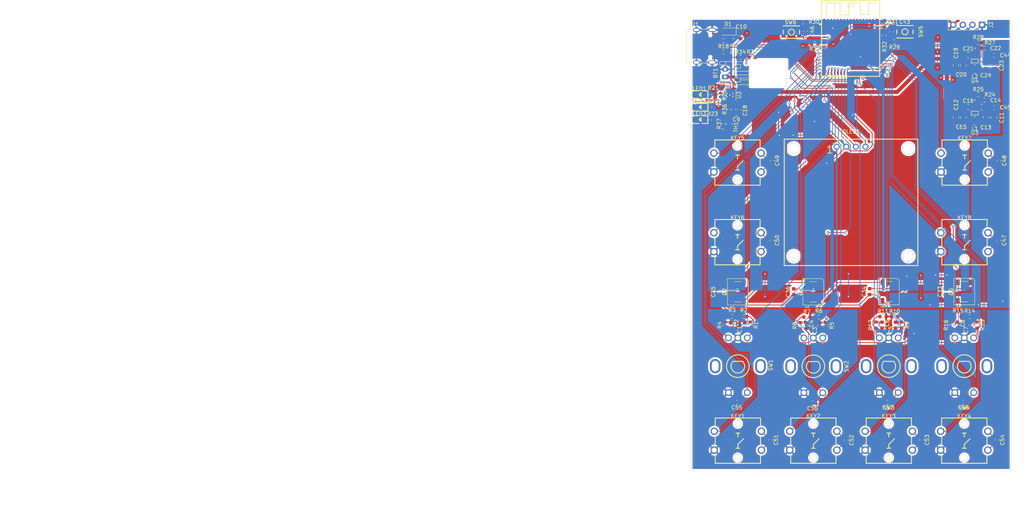
<source format=kicad_pcb>
(kicad_pcb (version 20241229) (generator "pcbnew") (generator_version "9.0")
  (title_block (comment 4 "AISLER Project ID: ZLEIIUQU"))
  (layers (0 "F.Cu" signal) (2 "B.Cu" signal) (13 "F.Paste" user) (15 "B.Paste" user) (5 "F.SilkS" user "F.Silkscreen") (7 "B.SilkS" user "B.Silkscreen") (1 "F.Mask" user) (3 "B.Mask" user) (25 "Edge.Cuts" user))
  (net 0 "")
  (net 1 "+BATT")
  (net 2 "Enc_1_A")
  (net 3 "Enc_1_B")
  (net 4 "Enc_2_A")
  (net 5 "Enc_2_B")
  (net 6 "Enc_3_A")
  (net 7 "Enc_3_B")
  (net 8 "Enc_4_A")
  (net 9 "Enc_4_B")
  (net 10 "VCC")
  (net 11 "+3.3V")
  (net 12 "+5V")
  (net 13 "Net-(D1-A)")
  (net 14 "Net-(D2-DOUT)")
  (net 15 "LED_Pin")
  (net 16 "Net-(D3-DOUT)")
  (net 17 "Net-(D4-DOUT)")
  (net 18 "Net-(D5-DOUT)")
  (net 20 "Net-(J1-CC1)")
  (net 21 "DN")
  (net 22 "DP")
  (net 24 "Net-(J1-CC2)")
  (net 25 "TX")
  (net 26 "RX")
  (net 27 "Action_1_SW")
  (net 28 "Action_2_SW")
  (net 29 "Action_3_SW")
  (net 30 "Action_4_SW")
  (net 31 "View_1_SW")
  (net 32 "View_2_SW")
  (net 33 "View_3_SW")
  (net 34 "View_4_SW")
  (net 35 "Net-(U3-LX1)")
  (net 36 "Net-(U3-LX2)")
  (net 37 "Net-(U4-LX1)")
  (net 38 "Net-(U4-LX2)")
  (net 39 "Net-(LED1--)")
  (net 40 "Net-(LED1-+)")
  (net 41 "Net-(LED2-+)")
  (net 42 "Net-(LED2--)")
  (net 43 "Net-(LED3-+)")
  (net 44 "Net-(LED3--)")
  (net 45 "SDA")
  (net 46 "SCL")
  (net 47 "Net-(SW1-A)")
  (net 48 "Net-(SW1-B)")
  (net 49 "Net-(SW2-A)")
  (net 50 "Net-(SW2-B)")
  (net 51 "Net-(SW3-A)")
  (net 52 "Net-(SW3-B)")
  (net 53 "Net-(SW4-A)")
  (net 54 "Net-(SW4-B)")
  (net 55 "Net-(U2-PROG)")
  (net 56 "Net-(U3-FB)")
  (net 57 "Net-(U4-FB)")
  (net 58 "EN")
  (net 59 "BOOT")
  (net 60 "Net-(U1-IO46)")
  (net 61 "Net-(U1-IO45)")
  (net 62 "Net-(U1-IO3)")
  (net 63 "VBATT_sense")
  (net 65 "Enc_1_SW")
  (net 67 "Enc_2_SW")
  (net 70 "Enc_3_SW")
  (net 74 "Enc_4_SW")
  (net 80 "Net-(U2-THERM)")
  (net 87 "Net-(C47-Pad2)")
  (net 88 "Net-(C47-Pad1)")
  (net 89 "Net-(C48-Pad2)")
  (net 90 "Net-(C48-Pad1)")
  (net 91 "Net-(C49-Pad2)")
  (net 92 "Net-(C49-Pad1)")
  (net 93 "Net-(C50-Pad1)")
  (net 94 "Net-(C50-Pad2)")
  (net 95 "Net-(C51-Pad2)")
  (net 96 "Net-(C51-Pad1)")
  (net 97 "Net-(C52-Pad2)")
  (net 98 "Net-(C52-Pad1)")
  (net 99 "Net-(C53-Pad1)")
  (net 100 "Net-(C53-Pad2)")
  (net 101 "Net-(C54-Pad1)")
  (net 102 "Net-(C54-Pad2)")
  (net 103 "Net-(R36-Pad1)")
  (net 104 "GND")
  (footprint "Resistor_SMD:R_0402_1005Metric" (layer "F.Cu") (at 60.2 67 90)
    (property "Reference" "R23")
    (property "Value" "470")
  )
  (footprint "easyeda2kicad:SW-TH_5P-L12.5-W13.4-P2.50-LS14.5-EH13.2" (layer "F.Cu") (at 107.5 132 180)
    (property "Reference" "SW3")
    (property "Value" "PEC11R-4220F-S0024")
  )
  (footprint "easyeda2kicad:WLCSP-8_L1.8-W1.0-R4-C2-P0.40-BR" (layer "F.Cu") (at 130.3 65.2 -90)
    (property "Reference" "U3")
    (property "Value" "TPS631010YBGR")
  )
  (footprint "easyeda2kicad:WIFI-SMD_ESP32-MINI-1-N4" (layer "F.Cu") (at 97.3875 47.65)
    (property "Reference" "U1")
    (property "Value" "ESP32-S2-MINI-2-N4R2")
  )
  (footprint "easyeda2kicad:KEY-TH_4P-L12.0-W12.0-P5.00-LS13.4-EH" (layer "F.Cu") (at 107.5 152)
    (property "Reference" "KEY3")
    (property "Value" "B3F-4055")
  )
  (footprint "Extra:DFN-10-1EP_3x3mm_P0.5mm_EP1.58x2.35mm" (layer "F.Cu") (at 65.39 60.405 -90)
    (property "Reference" "U2")
    (property "Value" "MCP73833-xxx-MF")
  )
  (footprint "Capacitor_SMD:C_0603_1608Metric" (layer "F.Cu") (at 67.9 64.285 -90)
    (property "Reference" "C18")
    (property "Value" "10uF")
  )
  (footprint "Capacitor_SMD:C_0603_1608Metric" (layer "F.Cu") (at 102.4 112.5 90)
    (property "Reference" "C34")
    (property "Value" "10uF")
  )
  (footprint "LED_SMD:LED_WS2812B_PLCC4_5.0x5.0mm_P3.2mm" (layer "F.Cu") (at 127.5 112.5 90)
    (property "Reference" "D5")
    (property "Value" "WS2812B")
  )
  (footprint "Resistor_SMD:R_0603_1608Metric" (layer "F.Cu") (at 63.675 49)
    (property "Reference" "R19")
    (property "Value" "5.11k")
  )
  (footprint "Capacitor_SMD:C_0805_2012Metric" (layer "F.Cu") (at 132.05 49.8 180)
    (property "Reference" "C22")
    (property "Value" "47uF")
  )
  (footprint "Capacitor_SMD:C_0603_1608Metric" (layer "F.Cu") (at 82.3 112.55 90)
    (property "Reference" "C36")
    (property "Value" "10uF")
  )
  (footprint "Capacitor_SMD:C_0603_1608Metric" (layer "F.Cu") (at 66.4 64.285 -90)
    (property "Reference" "C9")
    (property "Value" "1uF")
  )
  (footprint "Resistor_SMD:R_0603_1608Metric" (layer "F.Cu") (at 71.3 50.4)
    (property "Reference" "R35")
    (property "Value" "3.9K")
  )
  (footprint "Resistor_SMD:R_0402_1005Metric" (layer "F.Cu") (at 63.7 68.02 90)
    (property "Reference" "R37")
    (property "Value" "69.8k")
  )
  (footprint "Resistor_SMD:R_0603_1608Metric" (layer "F.Cu") (at 65.975 119.1)
    (property "Reference" "R3")
    (property "Value" "10k")
  )
  (footprint "Resistor_SMD:R_0603_1608Metric" (layer "F.Cu") (at 124.1 121.375 90)
    (property "Reference" "R16")
    (property "Value" "10k")
  )
  (footprint "Capacitor_SMD:C_0603_1608Metric" (layer "F.Cu") (at 107.2 141.8 180)
    (property "Reference" "C57")
    (property "Value" "0.1uF")
  )
  (footprint "easyeda2kicad:LED0805-R-RD" (layer "F.Cu") (at 57.55 63.61)
    (property "Reference" "LED2")
    (property "Value" "FC-2012HRK-620D")
  )
  (footprint "easyeda2kicad:OLED-TH_L35.4-W33.5_HS13L03W2C01" (layer "F.Cu") (at 97.5 74.1)
    (property "Reference" "OLED1")
    (property "Value" "HS13L03W2C01")
  )
  (footprint "Capacitor_SMD:C_0603_1608Metric" (layer "F.Cu") (at 125.7 121.375 -90)
    (property "Reference" "C8")
    (property "Value" "0.01uF")
  )
  (footprint "Capacitor_SMD:C_0603_1608Metric" (layer "F.Cu") (at 109.3 121.375 -90)
    (property "Reference" "C5")
    (property "Value" "0.01uF")
  )
  (footprint "Resistor_SMD:R_0603_1608Metric" (layer "F.Cu") (at 64.1 121.375 90)
    (property "Reference" "R4")
    (property "Value" "10k")
  )
  (footprint "Capacitor_SMD:C_0603_1608Metric" (layer "F.Cu") (at 136.65 98.925 -90)
    (property "Reference" "C47")
    (property "Value" "0.1uF")
  )
  (footprint "Capacitor_SMD:C_0805_2012Metric" (layer "F.Cu") (at 133.3 52.55 -90)
    (property "Reference" "C24")
    (property "Value" "47uF")
  )
  (footprint "Capacitor_SMD:C_0805_2012Metric" (layer "F.Cu") (at 125.3 66.35 -90)
    (property "Reference" "C12")
    (property "Value" "47uF")
  )
  (footprint "Resistor_SMD:R_0603_1608Metric" (layer "F.Cu") (at 88.975 119.225 180)
    (property "Reference" "R6")
    (property "Value" "10k")
  )
  (footprint "easyeda2kicad:KEY-TH_4P-L12.0-W12.0-P5.00-LS13.4-EH" (layer "F.Cu") (at 87.5 152)
    (property "Reference" "KEY2")
    (property "Value" "B3F-4055")
  )
  (footprint "Resistor_SMD:R_0603_1608Metric" (layer "F.Cu") (at 132.825 48 180)
    (property "Reference" "R27")
    (property "Value" "806k")
  )
  (footprint "Resistor_SMD:R_0603_1608Metric" (layer "F.Cu") (at 132.825 61.8 180)
    (property "Reference" "R24")
    (property "Value" "511k")
  )
  (footprint "Capacitor_SMD:C_0805_2012Metric" (layer "F.Cu") (at 128.55 63.6)
    (property "Reference" "C16")
    (property "Value" "47uF")
  )
  (footprint "Capacitor_SMD:C_0603_1608Metric" (layer "F.Cu") (at 87.275 142 180)
    (property "Reference" "C56")
    (property "Value" "0.1uF")
  )
  (footprint "Capacitor_SMD:C_0603_1608Metric" (layer "F.Cu") (at 85.42 43.495 -90)
    (property "Reference" "C46")
    (property "Value" "0.1uF")
  )
  (footprint "Resistor_SMD:R_0603_1608Metric" (layer "F.Cu") (at 70.9 121.375 -90)
    (property "Reference" "R1")
    (property "Value" "10k")
  )
  (footprint "Capacitor_SMD:C_0603_1608Metric" (layer "F.Cu") (at 85.6 121.525 -90)
    (property "Reference" "C4")
    (property "Value" "0.01uF")
  )
  (footprint "LED_SMD:LED_WS2812B_PLCC4_5.0x5.0mm_P3.2mm" (layer "F.Cu") (at 107.5 112.5 90)
    (property "Reference" "D4")
    (property "Value" "WS2812B")
  )
  (footprint "Resistor_SMD:R_0603_1608Metric" (layer "F.Cu") (at 106.3 41.525 90)
    (property "Reference" "R31")
    (property "Value" "1k")
  )
  (footprint "Capacitor_SMD:C_0603_1608Metric" (layer "F.Cu") (at 105.7 121.375 -90)
    (property "Reference" "C6")
    (property "Value" "0.01uF")
  )
  (footprint "Capacitor_SMD:C_0805_2012Metric" (layer "F.Cu") (at 132.05 63.6 180)
    (property "Reference" "C14")
    (property "Value" "47uF")
  )
  (footprint "Resistor_SMD:R_0603_1608Metric" (layer "F.Cu") (at 84.775 41.05 180)
    (property "Reference" "R30")
    (property "Value" "1k")
  )
  (footprint "easyeda2kicad:LED0805-R-RD" (layer "F.Cu") (at 57.55 60.3)
    (property "Reference" "LED1")
    (property "Value" "FC-2012HRK-620D")
  )
  (footprint "easyeda2kicad:KEY-SMD_4P-L4.2-W3.25-P2.15-TL" (layer "F.Cu") (at 111.78 43.65 180)
    (property "Reference" "SW5")
    (property "Value" "PTS815SJM250SMTRLFS")
  )
  (footprint "Diode_SMD:Nexperia_CFP3_SOD-123W" (layer "F.Cu") (at 64.8 43.6 180)
    (property "Reference" "D1")
    (property "Value" "D")
  )
  (footprint "easyeda2kicad:LED0805-R-RD" (layer "F.Cu") (at 57.55 66.92)
    (property "Reference" "LED3")
    (property "Value" "FC-2012HRK-620D")
  )
  (footprint "Capacitor_SMD:C_0603_1608Metric" (layer "F.Cu") (at 69.3 121.375 -90)
    (property "Reference" "C1")
    (property "Value" "0.01uF")
  )
  (footprint "Capacitor_SMD:C_0805_2012Metric" (layer "F.Cu") (at 127.3 66.35 -90)
    (property "Reference" "C15")
    (property "Value" "47uF")
  )
  (footprint "Resistor_SMD:R_0603_1608Metric" (layer "F.Cu") (at 110.9 121.375 -90)
    (property "Reference" "R9")
    (property "Value" "10k")
  )
  (footprint "easyeda2kicad:KEY-TH_4P-L12.0-W12.0-P5.00-LS13.4-EH" (layer "F.Cu") (at 67.4 99.4)
    (property "Reference" "KEY6")
    (property "Value" "B3F-4055")
  )
  (footprint "easyeda2kicad:WLCSP-8_L1.8-W1.0-R4-C2-P0.40-BR" (layer "F.Cu") (at 130.3 51.4 -90)
    (property "Reference" "U4")
    (property "Value" "TPS631010YBGR")
  )
  (footprint "Resistor_SMD:R_0402_1005Metric" (layer "F.Cu") (at 65.2 64.2 90)
    (property "Reference" "R36")
    (property "Value" "1.54k")
  )
  (footprint "easyeda2kicad:KEY-TH_4P-L12.0-W12.0-P5.00-LS13.4-EH" (layer "F.Cu") (at 127.5 152)
    (property "Reference" "KEY4")
    (property "Value" "B3F-4055")
  )
  (footprint "Resistor_SMD:R_0402_1005Metric" (layer "F.Cu") (at 62.8 60.41 -90)
    (property "Reference" "R20")
    (property "Value" "1k")
  )
  (footprint "Resistor_SMD:R_0603_1608Metric" (layer "F.Cu") (at 109 46.3 180)
    (property "Reference" "R29")
    (property "Value" "1k")
  )
  (footprint "Capacitor_SMD:C_0805_2012Metric" (layer "F.Cu") (at 135.4 52.55 -90)
    (property "Reference" "C23")
    (property "Value" "47uF")
  )
  (footprint "Resistor_SMD:R_0603_1608Metric" (layer "F.Cu") (at 68.2 50.4)
    (property "Reference" "R34")
    (property "Value" "10k")
  )
  (footprint "Capacitor_SMD:C_0603_1608Metric" (layer "F.Cu") (at 122.5 112.5 90)
    (property "Reference" "C33")
    (property "Value" "10uF")
  )
  (footprint "Resistor_SMD:R_0603_1608Metric" (layer "F.Cu") (at 87.875 46.75 180)
    (property "Reference" "R33")
    (property "Value" "1k")
  )
  (footprint "easyeda2kicad:KEY-TH_4P-L12.0-W12.0-P5.00-LS13.4-EH" (layer "F.Cu") (at 127.55 99.4)
    (property "Reference" "KEY8")
    (property "Value" "B3F-4055")
  )
  (footprint "Resistor_SMD:R_0603_1608Metric" (layer "F.Cu") (at 105.975 119.1)
    (property "Reference" "R11")
    (property "Value" "10k")
  )
  (footprint "Connector_PinHeader_2.54mm:PinHeader_1x04_P2.54mm_Vertical" (layer "F.Cu") (at 132.21 41.8 -90)
    (property "Reference" "J2")
    (property "Value" "Conn_01x04_Pin")
  )
  (footprint "Capacitor_SMD:C_0805_2012Metric" (layer "F.Cu") (at 125.3 52.55 -90)
    (property "Reference" "C19")
    (property "Value" "47uF")
  )
  (footprint "Resistor_SMD:R_0603_1608Metric" (layer "F.Cu") (at 84 121.525 90)
    (property "Reference" "R8")
    (property "Value" "10k")
  )
  (footprint "Capacitor_SMD:C_0603_1608Metric" (layer "F.Cu") (at 65.7 121.375 -90)
    (property "Reference" "C2")
    (property "Value" "0.01uF")
  )
  (footprint "easyeda2kicad:KEY-TH_4P-L12.0-W12.0-P5.00-LS13.4-EH" (layer "F.Cu") (at 127.6 78.3)
    (property "Reference" "KEY7")
    (property "Value" "B3F-4055")
  )
  (footprint "Capacitor_SMD:C_0603_1608Metric" (layer "F.Cu") (at 68.2 44.675 -90)
    (property "Reference" "C10")
    (property "Value" "10uF")
  )
  (footprint "Resistor_SMD:R_0603_1608Metric" (layer "F.Cu") (at 128.935 119.1 180)
    (property "Reference" "R14")
    (property "Value" "10k")
  )
  (footprint "easyeda2kicad:KEY-TH_4P-L12.0-W12.0-P5.00-LS13.4-EH" (layer "F.Cu") (at 67.5 152)
    (property "Reference" "KEY1")
    (property "Value" "B3F-4055")
  )
  (footprint "Capacitor_SMD:C_0603_1608Metric" (layer "F.Cu") (at 108.2 43.65 90)
    (property "Reference" "C43")
    (property "Value" "0.1uF")
  )
  (footprint "Capacitor_SMD:C_0603_1608Metric" (layer "F.Cu") (at 89.2 121.525 -90)
    (property "Reference" "C3")
    (property "Value" "0.01uF")
  )
  (footprint "Capacitor_SMD:C_0805_2012Metric" (layer "F.Cu") (at 127.3 52.55 -90)
    (property "Reference" "C20")
    (property "Value" "47uF")
  )
  (footprint "Resistor_SMD:R_0603_1608Metric" (layer "F.Cu") (at 85.825 119.245)
    (property "Reference" "R7")
    (property "Value" "10k")
  )
  (footprint "Capacitor_SMD:C_0603_1608Metric" (layer "F.Cu") (at 67.225 141.8 180)
    (property "Reference" "C55")
    (property "Value" "0.1uF")
  )
  (footprint "Capacitor_SMD:C_0603_1608Metric" (layer "F.Cu") (at 129.3 121.375 -90)
    (property "Reference" "C7")
    (property "Value" "0.01uF")
  )
  (footprint "Resistor_SMD:R_0603_1608Metric" (layer "F.Cu") (at 104.1 121.375 90)
    (property "Reference" "R12")
    (property "Value" "10k")
  )
  (footprint "Inductor_SMD:L_1008_2520Metric" (layer "F.Cu") (at 130.3 67.3)
    (property "Reference" "L1")
    (property "Value" "1uH")
  )
  (footprint "Resistor_SMD:R_0603_1608Metric" (layer "F.Cu") (at 109.05 119.1 180)
    (property "Reference" "R10")
    (property "Value" "10k")
  )
  (footprint "easyeda2kicad:SW-TH_5P-L12.5-W13.4-P2.50-LS14.5-EH13.2" (layer "F.Cu") (at 127.5 132 180)
    (property "Reference" "SW4")
    (property "Value" "PEC11R-4220F-S0024")
  )
  (footprint "Capacitor_SMD:C_0805_2012Metric" (layer "F.Cu") (at 133.3 66.35 -90)
    (property "Reference" "C13")
    (property "Value" "47uF")
  )
  (footprint "Capacitor_SMD:C_0603_1608Metric" (layer "F.Cu") (at 135.375 49.9)
    (property "Reference" "C44")
    (property "Value" "0.1uF")
  )
  (footprint "Capacitor_SMD:C_0603_1608Metric" (layer "F.Cu") (at 136.2 151.8 -90)
    (property "Reference" "C54")
    (property "Value" "0.1uF")
  )
  (footprint "Resistor_SMD:R_0402_1005Metric" (layer "F.Cu") (at 60.2 63.59 90)
    (property "Reference" "R22")
    (property "Value" "470")
  )
  (footprint "Capacitor_SMD:C_0805_2012Metric" (layer "F.Cu") (at 135.4 66.35 -90)
    (property "Reference" "C11")
    (property "Value" "47uF")
  )
  (footprint "Resistor_SMD:R_0603_1608Metric" (layer "F.Cu") (at 130.9 121.375 -90)
    (property "Reference" "R13")
    (property "Value" "10k")
  )
  (footprint "Capacitor_SMD:C_0603_1608Metric" (layer "F.Cu") (at 96.2 151.875 -90)
    (property "Reference" "C52")
    (property "Value" "0.1uF")
  )
  (footprint "LED_SMD:LED_WS2812B_PLCC4_5.0x5.0mm_P3.2mm" (layer "F.Cu") (at 87.5 112.55 90)
    (property "Reference" "D3")
    (property "Value" "WS2812B")
  )
  (footprint "Extra:AMPHENOL_10155435-00011LF" (layer "F.Cu") (at 56.54 47.45 -90)
    (property "Reference" "J1")
    (property "Value" "10155435-00011LF")
  )
  (footprint "LED_SMD:LED_WS2812B_PLCC4_5.0x5.0mm_P3.2mm" (layer "F.Cu") (at 67.5 112.55 90)
    (property "Reference" "D2")
    (property "Value" "WS2812B")
  )
  (footprint "Inductor_SMD:L_1008_2520Metric" (layer "F.Cu") (at 130.3 53.5)
    (property "Reference" "L2")
    (property "Value" "1uH")
  )
  (footprint "Capacitor_SMD:C_0805_2012Metric" (layer "F.Cu") (at 128.55 49.8)
    (property "Reference" "C21")
    (property "Value" "47uF")
  )
  (footprint "Resistor_SMD:R_0603_1608Metric" (layer "F.Cu") (at 106.3 44.625 90)
    (property "Reference" "R32")
    (property "Value" "1k")
  )
  (footprint "Resistor_SMD:R_0603_1608Metric" (layer "F.Cu") (at 69.065 119.1 180)
    (property "Reference" "R2")
    (property "Value" "10k")
  )
  (footprint "Resistor_SMD:R_0603_1608Metric" (layer "F.Cu") (at 90.8 121.525 -90)
    (property "Reference" "R5")
    (property "Value" "10k")
  )
  (footprint "Capacitor_SMD:C_0603_1608Metric" (layer "F.Cu") (at 62.4 112.55 90)
    (property "Reference" "C35")
    (property "Value" "10uF")
  )
  (footprint "Capacitor_SMD:C_0603_1608Metric" (layer "F.Cu") (at 116.2 151.8 -90)
    (property "Reference" "C53")
    (property "Value" "0.1uF")
  )
  (footprint "Resistor_SMD:R_0402_1005Metric" (layer "F.Cu") (at 60.2 60.29 90)
    (property "Reference" "R21")
    (property "Value" "470")
  )
  (footprint "Resistor_SMD:R_0805_2012Metric_Pad1.20x1.40mm_HandSolder" (layer "F.Cu") (at 65.2 68.01 -90)
    (property "Reference" "TH1")
    (property "Value" "10k")
  )
  (footprint "Capacitor_SMD:C_0603_1608Metric" (layer "F.Cu") (at 135.375 63.7)
    (property "Reference" "C45")
    (property "Value" "0.1uF")
  )
  (footprint "Capacitor_SMD:C_0603_1608Metric" (layer "F.Cu") (at 127.225 141.8 180)
    (property "Reference" "C58")
    (property "Value" "0.1uF")
  )
  (footprint "easyeda2kicad:SW-TH_5P-L12.5-W13.4-P2.50-LS14.5-EH13.2" (layer "F.Cu") (at 67.5 132 180)
    (property "Reference" "SW1")
    (property "Value" "PEC11R-4220F-S0024")
  )
  (footprint "Connector_JST:JST_PH_S2B-PH-K_1x02_P2.00mm_Horizontal" (layer "F.Cu") (at 64.15 55.6 90)
    (property "Reference" "BT1")
    (property "Value" "2Ah")
  )
  (footprint "Resistor_SMD:R_0603_1608Metric" (layer "F.Cu") (at 63.675 46 180)
    (property "Reference" "R18")
    (property "Value" "5.11k")
  )
  (footprint "easyeda2kicad:KEY-TH_4P-L12.0-W12.0-P5.00-LS13.4-EH" (layer "F.Cu") (at 67.4 78.3)
    (property "Reference" "KEY5")
    (property "Value" "B3F-4055")
  )
  (footprint "Capacitor_SMD:C_0603_1608Metric" (layer "F.Cu") (at 76.52 77.8 -90)
    (property "Reference" "C49")
    (property "Value" "0.1uF")
  )
  (footprint "Capacitor_SMD:C_0603_1608Metric" (layer "F.Cu") (at 76.5 98.925 -90)
    (property "Reference" "C50")
    (property "Value" "0.1uF")
  )
  (footprint "easyeda2kicad:SW-TH_5P-L12.5-W13.4-P2.50-LS14.5-EH13.2" (layer "F.Cu") (at 87.5 132.05 180)
    (property "Reference" "SW2")
    (property "Value" "PEC11R-4220F-S0024")
  )
  (footprint "Capacitor_SMD:C_0603_1608Metric" (layer "F.Cu") (at 136.7 77.8 -90)
    (property "Reference" "C48")
    (property "Value" "0.1uF")
  )
  (footprint "Resistor_SMD:R_0603_1608Metric" (layer "F.Cu") (at 131.175 46.5 180)
    (property "Reference" "R28")
    (property "Value" "91k")
  )
  (footprint "Resistor_SMD:R_0603_1608Metric" (layer "F.Cu") (at 125.845 119.1)
    (property "Reference" "R15")
    (property "Value" "10k")
  )
  (footprint "Capacitor_SMD:C_0603_1608Metric" (layer "F.Cu") (at 76.2 151.8 -90)
    (property "Reference" "C51")
    (property "Value" "0.1uF")
  )
  (footprint "Resistor_SMD:R_0603_1608Metric" (layer "F.Cu") (at 131.175 60.3 180)
    (property "Reference" "R25")
    (property "Value" "91k")
  )
  (footprint "easyeda2kicad:KEY-SMD_4P-L4.2-W3.25-P2.15-TL" (layer "F.Cu") (at 81.7 43.75)
    (property "Reference" "SW6")
    (property "Value" "PTS815SJM250SMTRLFS")
  )
  (gr_rect (start 70.9 51.1) (end 80.4 58.1) (stroke (width 0.05)) (fill no) (layer "Edge.Cuts"))
  (gr_rect (start 55 40) (end 140 160) (stroke (width 0.05)) (fill no) (layer "Edge.Cuts"))
  (segment (start 129.7 65) (end 129.7 65.2) (width 0.2) (layer "F.Cu") (net 1))
  (segment (start 67.19 61.8) (end 67.1 61.89) (width 0.8) (layer "F.Cu") (net 1))
  (segment (start 67.2 61.8) (end 67.19 61.8) (width 0.8) (layer "F.Cu") (net 1))
  (segment (start 66.39 63.5) (end 66.4 63.51) (width 0.2) (layer "F.Cu") (net 1))
  (segment (start 67.9 59.6) (end 67.9 61.8) (width 0.8) (layer "F.Cu") (net 1))
  (segment (start 122.9 50.8) (end 125.5 50.8) (width 1) (layer "F.Cu") (net 1))
  (segment (start 68.076 50.159936) (end 68.076 51.674) (width 0.2) (layer "F.Cu") (net 1))
  (segment (start 68.076 51.674) (end 64.15 55.6) (width 0.2) (layer "F.Cu") (net 1))
  (segment (start 125.3 65.4) (end 129.7 65.4) (width 0.2) (layer "F.Cu") (net 1))
  (segment (start 125.7 65) (end 125.3 65.4) (width 0.2) (layer "F.Cu") (net 1))
  (segment (start 66.4 63.51) (end 67.1 63.51) (width 0.8) (layer "F.Cu") (net 1))
  (segment (start 129.7 51.6) (end 129.6 51.6) (width 0.2) (layer "F.Cu") (net 1))
  (segment (start 67.9 59.6) (end 68.7 59.6) (width 1) (layer "F.Cu") (net 1))
  (segment (start 64.15 55.6) (end 66.4 55.6) (width 0.8) (layer "F.Cu") (net 1))
  (segment (start 68.7 59.6) (end 109.7 59.6) (width 1) (layer "F.Cu") (net 1))
  (segment (start 127.6 63.6) (end 127.6 65.1) (width 0.2) (layer "F.Cu") (net 1))
  (segment (start 67.9 61.8) (end 67.2 61.8) (width 0.8) (layer "F.Cu") (net 1))
  (segment (start 129.7 51.6) (end 129.7 51.4) (width 0.2) (layer "F.Cu") (net 1))
  (segment (start 71.349 49.624) (end 68.611936 49.624) (width 0.2) (layer "F.Cu") (net 1))
  (segment (start 122.9 61.2) (end 125.5 63.8) (width 1) (layer "F.Cu") (net 1))
  (segment (start 66.39 62.7) (end 66.39 63.5) (width 0.8) (layer "F.Cu") (net 1))
  (segment (start 127.6 49.8) (end 127.6 51.3) (width 0.2) (layer "F.Cu") (net 1))
  (segment (start 129.7 65.2) (end 125.6 65.2) (width 0.2) (layer "F.Cu") (net 1))
  (segment (start 68.7 59.6) (end 69.2 59.6) (width 1) (layer "F.Cu") (net 1))
  (segment (start 129.7 51.4) (end 129.7 51.3) (width 0.2) (layer "F.Cu") (net 1))
  (segment (start 72.125 50.4) (end 71.349 49.624) (width 0.2) (layer "F.Cu") (net 1))
  (segment (start 129.7 65) (end 125.7 65) (width 0.2) (layer "F.Cu") (net 1))
  (segment (start 66.4 55.6) (end 67.9 57.1) (width 0.8) (layer "F.Cu") (net 1))
  (segment (start 67.9 62.7) (end 66.39 62.7) (width 0.8) (layer "F.Cu") (net 1))
  (segment (start 67.2 61.8) (end 66.1425 61.8) (width 0.8) (layer "F.Cu") (net 1))
  (segment (start 68.611936 49.624) (end 68.076 50.159936) (width 0.2) (layer "F.Cu") (net 1))
  (segment (start 129.7 65.2) (end 129.7 65.4) (width 0.2) (layer "F.Cu") (net 1))
  (segment (start 66.116 61.8265) (end 66.116 61.8425) (width 0.8) (layer "F.Cu") (net 1))
  (segment (start 129.7 51.4) (end 128.9 51.4) (width 0.2) (layer "F.Cu") (net 1))
  (segment (start 128.9 51.4) (end 128.7 51.4) (width 0.2) (layer "F.Cu") (net 1))
  (segment (start 67.1 61.89) (end 67.1 63.51) (width 0.8) (layer "F.Cu") (net 1))
  (segment (start 67.1 63.51) (end 67.9 63.51) (width 0.8) (layer "F.Cu") (net 1))
  (segment (start 129.4 51.4) (end 129.6 51.6) (width 0.2) (layer "F.Cu") (net 1))
  (segment (start 66.1425 61.8) (end 66.116 61.8265) (width 0.8) (layer "F.Cu") (net 1))
  (segment (start 129.7 51.6) (end 128.9 51.6) (width 0.2) (layer "F.Cu") (net 1))
  (segment (start 118.1 51.2) (end 118.5 50.8) (width 1) (layer "F.Cu") (net 1))
  (segment (start 127.6 51.3) (end 127.3 51.6) (width 0.2) (layer "F.Cu") (net 1))
  (segment (start 118.5 50.8) (end 122.9 50.8) (width 1) (layer "F.Cu") (net 1))
  (segment (start 129.7 51.2) (end 128.9 51.2) (width 0.2) (layer "F.Cu") (net 1))
  (segment (start 128.9 51.4) (end 129.4 51.4) (width 0.4) (layer "F.Cu") (net 1))
  (segment (start 67.9 62.7) (end 67.9 63.51) (width 0.8) (layer "F.Cu") (net 1))
  (segment (start 67.9 61.8) (end 67.9 62.7) (width 0.8) (layer "F.Cu") (net 1))
  (segment (start 125.3 51.6) (end 127.3 51.6) (width 0.2) (layer "F.Cu") (net 1))
  (segment (start 67.1475 61.8425) (end 66.39 61.8425) (width 0.8) (layer "F.Cu") (net 1))
  (segment (start 66.39 61.8425) (end 66.39 62.7) (width 0.8) (layer "F.Cu") (net 1))
  (segment (start 129.7 51.3) (end 129.6 51.2) (width 0.2) (layer "F.Cu") (net 1))
  (segment (start 122.9 50.8) (end 122.9 61.2) (width 1) (layer "F.Cu") (net 1))
  (segment (start 127.6 65.1) (end 127.3 65.4) (width 0.2) (layer "F.Cu") (net 1))
  (segment (start 127.7 51.2) (end 127.3 51.6) (width 0.2) (layer "F.Cu") (net 1))
  (segment (start 67.9 57.1) (end 67.9 59.6) (width 0.8) (layer "F.Cu") (net 1))
  (segment (start 109.7 59.6) (end 118.1 51.2) (width 1) (layer "F.Cu") (net 1))
  (segment (start 65.89 61.8425) (end 66.39 61.8425) (width 0.2) (layer "F.Cu") (net 1))
  (segment (start 129.7 51.2) (end 129.6 51.2) (width 0.2) (layer "F.Cu") (net 1))
  (segment (start 67.19 61.8) (end 67.1475 61.8425) (width 0.8) (layer "F.Cu") (net 1))
  (segment (start 90.3875 52.75) (end 89.05 52.75) (width 0.2) (layer "F.Cu") (net 2))
  (segment (start 70.85 120.6) (end 70.9 120.55) (width 0.2) (layer "F.Cu") (net 2))
  (segment (start 81.2 63.5) (end 81.2 62.7) (width 0.2) (layer "F.Cu") (net 2))
  (segment (start 82.1 64.4) (end 81.2 63.5) (width 0.2) (layer "F.Cu") (net 2))
  (segment (start 69.3 120.6) (end 70.1 120.6) (width 0.2) (layer "F.Cu") (net 2))
  (segment (start 89.05 52.75) (end 89 52.7) (width 0.2) (layer "F.Cu") (net 2))
  (segment (start 82.1 65) (end 82.1 64.4) (width 0.2) (layer "F.Cu") (net 2))
  (segment (start 70.1 120.6) (end 70.85 120.6) (width 0.2) (layer "F.Cu") (net 2))
  (via (at 82.1 65) (size 0.6) (drill 0.3) (layers "F.Cu" "B.Cu") (net 2))
  (via (at 89 52.7) (size 0.6) (drill 0.3) (layers "F.Cu" "B.Cu") (net 2))
  (via (at 70.1 120.6) (size 0.6) (drill 0.3) (layers "F.Cu" "B.Cu") (net 2))
  (via (at 81.2 62.7) (size 0.6) (drill 0.3) (layers "F.Cu" "B.Cu") (net 2))
  (segment (start 89 52.7) (end 88.950057 52.7) (width 0.2) (layer "B.Cu") (net 2))
  (segment (start 81.2 60.450057) (end 81.2 62.7) (width 0.2) (layer "B.Cu") (net 2))
  (segment (start 88.950057 52.7) (end 81.2 60.450057) (width 0.2) (layer "B.Cu") (net 2))
  (segment (start 70.1 77) (end 82.1 65) (width 0.2) (layer "B.Cu") (net 2))
  (segment (start 70.1 120.6) (end 70.1 77) (width 0.2) (layer "B.Cu") (net 2))
  (segment (start 82.5 63.9) (end 82.9 64.3) (width 0.2) (layer "F.Cu") (net 3))
  (segment (start 65.7 120.6) (end 64.9 120.6) (width 0.2) (layer "F.Cu") (net 3))
  (segment (start 64.9 120.6) (end 64.15 120.6) (width 0.2) (layer "F.Cu") (net 3))
  (segment (start 64.15 120.6) (end 64.1 120.55) (width 0.2) (layer "F.Cu") (net 3))
  (segment (start 90.3875 53.6) (end 88.9 53.6) (width 0.2) (layer "F.Cu") (net 3))
  (segment (start 82.5 61.9) (end 82.5 63.9) (width 0.2) (layer "F.Cu") (net 3))
  (via (at 64.9 120.6) (size 0.6) (drill 0.3) (layers "F.Cu" "B.Cu") (net 3))
  (via (at 88.9 53.6) (size 0.6) (drill 0.3) (layers "F.Cu" "B.Cu") (net 3))
  (via (at 82.930787 64.332376) (size 0.6) (drill 0.3) (layers "F.Cu" "B.Cu") (net 3))
  (via (at 82.5 61.9) (size 0.6) (drill 0.3) (layers "F.Cu" "B.Cu") (net 3))
  (segment (start 65.501 121.201) (end 64.9 120.6) (width 0.2) (layer "B.Cu") (net 3))
  (segment (start 82.5 60) (end 82.5 61.9) (width 0.2) (layer "B.Cu") (net 3))
  (segment (start 82.5 61.9) (end 82.5 62) (width 0.2) (layer "B.Cu") (net 3))
  (segment (start 70.348943 121.201) (end 65.501 121.201) (width 0.2) (layer "B.Cu") (net 3))
  (segment (start 88.9 53.6) (end 82.5 60) (width 0.2) (layer "B.Cu") (net 3))
  (segment (start 84.151 107.398943) (end 70.348943 121.201) (width 0.2) (layer "B.Cu") (net 3))
  (segment (start 84.151 65.552589) (end 84.151 107.398943) (width 0.2) (layer "B.Cu") (net 3))
  (segment (start 82.930787 64.332376) (end 84.151 65.552589) (width 0.2) (layer "B.Cu") (net 3))
  (segment (start 93.9875 53.6125) (end 94.15 53.45) (width 0.2) (layer "F.Cu") (net 4))
  (segment (start 90.75 120.75) (end 90.8 120.7) (width 0.2) (layer "F.Cu") (net 4))
  (segment (start 89.2 120.75) (end 90.75 120.75) (width 0.2) (layer "F.Cu") (net 4))
  (segment (start 94.15 53.45) (end 94.2 53.4) (width 0.2) (layer "F.Cu") (net 4))
  (segment (start 93.9875 54.65) (end 93.9875 53.6125) (width 0.2) (layer "F.Cu") (net 4))
  (via (at 90 120.7) (size 0.6) (drill 0.3) (layers "F.Cu" "B.Cu") (net 4))
  (via (at 94.15 53.45) (size 0.6) (drill 0.3) (layers "F.Cu" "B.Cu") (net 4))
  (segment (start 94.15 73.00295) (end 94.791 73.64395) (width 0.2) (layer "B.Cu") (net 4))
  (segment (start 94.791 73.64395) (end 94.791 115.909) (width 0.2) (layer "B.Cu") (net 4))
  (segment (start 94.791 115.909) (end 90 120.7) (width 0.2) (layer "B.Cu") (net 4))
  (segment (start 94.15 53.45) (end 94.15 73.00295) (width 0.2) (layer "B.Cu") (net 4))
  (segment (start 95.05 53.55) (end 95.1 53.5) (width 0.2) (layer "F.Cu") (net 5))
  (segment (start 84 120.7) (end 84.8 120.7) (width 0.2) (layer "F.Cu") (net 5))
  (segment (start 91.4 96.8) (end 95.8 96.8) (width 0.2) (layer "F.Cu") (net 5))
  (segment (start 94.8375 53.7625) (end 95.05 53.55) (width 0.2) (layer "F.Cu") (net 5))
  (segment (start 94.8375 54.65) (end 94.8375 53.7625) (width 0.2) (layer "F.Cu") (net 5))
  (segment (start 95.8 96.8) (end 95.9 96.9) (width 0.2) (layer "F.Cu") (net 5))
  (segment (start 85.55 120.7) (end 85.6 120.75) (width 0.2) (layer "F.Cu") (net 5))
  (segment (start 84.8 120.7) (end 85.55 120.7) (width 0.2) (layer "F.Cu") (net 5))
  (via (at 95.05 53.55) (size 0.6) (drill 0.3) (layers "F.Cu" "B.Cu") (net 5))
  (via (at 84.8 120.7) (size 0.6) (drill 0.3) (layers "F.Cu" "B.Cu") (net 5))
  (via (at 91.4 96.8) (size 0.6) (drill 0.3) (layers "F.Cu" "B.Cu") (net 5))
  (via (at 95.9 96.9) (size 0.6) (drill 0.3) (layers "F.Cu" "B.Cu") (net 5))
  (segment (start 95.05 71.36295) (end 95.05 53.55) (width 0.2) (layer "B.Cu") (net 5))
  (segment (start 97.331 95.469) (end 97.331 73.64395) (width 0.2) (layer "B.Cu") (net 5))
  (segment (start 84.8 120.7) (end 91.4 114.1) (width 0.2) (layer "B.Cu") (net 5))
  (segment (start 95.9 96.9) (end 97.331 95.469) (width 0.2) (layer "B.Cu") (net 5))
  (segment (start 91.4 114.1) (end 91.4 96.8) (width 0.2) (layer "B.Cu") (net 5))
  (segment (start 97.331 73.64395) (end 95.05 71.36295) (width 0.2) (layer "B.Cu") (net 5))
  (segment (start 99.752271 57.4008) (end 99.752271 55.747729) (width 0.2) (layer "F.Cu") (net 6))
  (segment (start 99.752271 55.747729) (end 100.149 55.351) (width 0.2) (layer "F.Cu") (net 6))
  (segment (start 110.85 120.6) (end 110.9 120.55) (width 0.2) (layer "F.Cu") (net 6))
  (segment (start 109.3 120.6) (end 109.875 120.6) (width 0.2) (layer "F.Cu") (net 6))
  (segment (start 109.875 120.6) (end 110.85 120.6) (width 0.2) (layer "F.Cu") (net 6))
  (segment (start 101.2885 54.999) (end 101.6375 54.65) (width 0.2) (layer "F.Cu") (net 6))
  (segment (start 100.149 55.351) (end 101.2885 55.351) (width 0.2) (layer "F.Cu") (net 6))
  (segment (start 109.875 121.175) (end 110.075 121.375) (width 0.2) (layer "F.Cu") (net 6))
  (segment (start 109.875 120.6) (end 109.875 121.175) (width 0.2) (layer "F.Cu") (net 6))
  (segment (start 101.2885 55.351) (end 101.2885 54.999) (width 0.2) (layer "F.Cu") (net 6))
  (via (at 99.752271 57.4008) (size 0.6) (drill 0.3) (layers "F.Cu" "B.Cu") (net 6))
  (via (at 110.075 121.375) (size 0.6) (drill 0.3) (layers "F.Cu" "B.Cu") (net 6))
  (segment (start 110.075 121.375) (end 110.075 120.525) (width 0.2) (layer "B.Cu") (net 6))
  (segment (start 104.851 113.598943) (end 104.851 113.101057) (width 0.2) (layer "B.Cu") (net 6))
  (segment (start 104.851 113.101057) (end 104.5 112.750057) (width 0.2) (layer "B.Cu") (net 6))
  (segment (start 104.5 113.949943) (end 104.851 113.598943) (width 0.2) (layer "B.Cu") (net 6))
  (segment (start 104.5 112.750057) (end 104.5 62.148529) (width 0.2) (layer "B.Cu") (net 6))
  (segment (start 104.5 114.95) (end 104.5 113.949943) (width 0.2) (layer "B.Cu") (net 6))
  (segment (start 104.5 62.148529) (end 99.752271 57.4008) (width 0.2) (layer "B.Cu") (net 6))
  (segment (start 110.075 120.525) (end 104.5 114.95) (width 0.2) (layer "B.Cu") (net 6))
  (segment (start 105.7 120.6) (end 105 120.6) (width 0.2) (layer "F.Cu") (net 7))
  (segment (start 101.3855 55.752) (end 101.4546 55.752) (width 0.2) (layer "F.Cu") (net 7))
  (segment (start 101.1865 55.951) (end 101.3855 55.752) (width 0.2) (layer "F.Cu") (net 7))
  (segment (start 104.15 120.6) (end 104.1 120.55) (width 0.2) (layer "F.Cu") (net 7))
  (segment (start 101.6895 55.448) (end 101.7865 55.351) (width 0.2) (layer "F.Cu") (net 7))
  (segment (start 105 120.6) (end 104.15 120.6) (width 0.2) (layer "F.Cu") (net 7))
  (segment (start 101.7865 55.351) (end 102.1385 55.351) (width 0.2) (layer "F.Cu") (net 7))
  (segment (start 102.1385 54.999) (end 102.4875 54.65) (width 0.2) (layer "F.Cu") (net 7))
  (segment (start 101.4546 55.752) (end 101.6895 55.5171) (width 0.2) (layer "F.Cu") (net 7))
  (segment (start 102.1385 55.351) (end 102.1385 54.999) (width 0.2) (layer "F.Cu") (net 7))
  (segment (start 101.6895 55.5171) (end 101.6895 55.448) (width 0.2) (layer "F.Cu") (net 7))
  (segment (start 100.45 55.951) (end 101.1865 55.951) (width 0.2) (layer "F.Cu") (net 7))
  (segment (start 105 121.275) (end 104.875 121.4) (width 0.2) (layer "F.Cu") (net 7))
  (segment (start 105 120.6) (end 105 121.275) (width 0.2) (layer "F.Cu") (net 7))
  (via (at 100.45 55.951) (size 0.6) (drill 0.3) (layers "F.Cu" "B.Cu") (net 7))
  (via (at 104.875 121.4) (size 0.6) (drill 0.3) (layers "F.Cu" "B.Cu") (net 7))
  (segment (start 110.676 121.126057) (end 110.476 120.926057) (width 0.2) (layer "B.Cu") (net 7))
  (segment (start 105.1 114.9829) (end 105.1 113.917043) (width 0.2) (layer "B.Cu") (net 7))
  (segment (start 105.1 112.782957) (end 105.1 60.601) (width 0.2) (layer "B.Cu") (net 7))
  (segment (start 105.451 121.976) (end 110.323943 121.976) (width 0.2) (layer "B.Cu") (net 7))
  (segment (start 105.1 60.601) (end 100.45 55.951) (width 0.2) (layer "B.Cu") (net 7))
  (segment (start 110.676 121.623943) (end 110.676 121.126057) (width 0.2) (layer "B.Cu") (net 7))
  (segment (start 105.252 112.934957) (end 105.1 112.782957) (width 0.2) (layer "B.Cu") (net 7))
  (segment (start 110.476 120.3589) (end 105.1 114.9829) (width 0.2) (layer "B.Cu") (net 7))
  (segment (start 104.875 121.4) (end 105.451 121.976) (width 0.2) (layer "B.Cu") (net 7))
  (segment (start 105.252 113.765043) (end 105.252 112.934957) (width 0.2) (layer "B.Cu") (net 7))
  (segment (start 110.323943 121.976) (end 110.676 121.623943) (width 0.2) (layer "B.Cu") (net 7))
  (segment (start 110.476 120.926057) (end 110.476 120.3589) (width 0.2) (layer "B.Cu") (net 7))
  (segment (start 105.1 113.917043) (end 105.252 113.765043) (width 0.2) (layer "B.Cu") (net 7))
  (segment (start 130.1 120.55) (end 129.35 120.55) (width 0.2) (layer "F.Cu") (net 8))
  (segment (start 105.4895 52.0829) (end 105.2546 51.848) (width 0.2) (layer "F.Cu") (net 8))
  (segment (start 105.4895 52.152) (end 105.4895 52.0829) (width 0.2) (layer "F.Cu") (net 8))
  (segment (start 107.973943 52.174) (end 107.476057 52.174) (width 0.2) (layer "F.Cu") (net 8))
  (segment (start 107.468287 52.18177) (end 105.51927 52.18177) (width 0.2) (layer "F.Cu") (net 8))
  (segment (start 107.981713 52.18177) (end 107.973943 52.174) (width 0.2) (layer "F.Cu") (net 8))
  (segment (start 130.1 120.55) (end 130.1 121.3) (width 0.2) (layer "F.Cu") (net 8))
  (segment (start 105.2546 51.848) (end 105.1855 51.848) (width 0.2) (layer "F.Cu") (net 8))
  (segment (start 105.1855 51.848) (end 105.0885 51.751) (width 0.2) (layer "F.Cu") (net 8))
  (segment (start 108.261732 52.18177) (end 107.981713 52.18177) (width 0.2) (layer "F.Cu") (net 8))
  (segment (start 130.1 121.3) (end 130.2 121.4) (width 0.2) (layer "F.Cu") (net 8))
  (segment (start 107.476057 52.174) (end 107.468287 52.18177) (width 0.2) (layer "F.Cu") (net 8))
  (segment (start 105.51927 52.18177) (end 105.4895 52.152) (width 0.2) (layer "F.Cu") (net 8))
  (segment (start 105.0885 51.399) (end 104.7365 51.399) (width 0.2) (layer "F.Cu") (net 8))
  (segment (start 104.7365 51.399) (end 104.3875 51.05) (width 0.2) (layer "F.Cu") (net 8))
  (segment (start 129.35 120.55) (end 129.3 120.6) (width 0.2) (layer "F.Cu") (net 8))
  (segment (start 130.9 120.55) (end 130.1 120.55) (width 0.2) (layer "F.Cu") (net 8))
  (segment (start 105.0885 51.751) (end 105.0885 51.399) (width 0.2) (layer "F.Cu") (net 8))
  (via (at 130.2 121.4) (size 0.6) (drill 0.3) (layers "F.Cu" "B.Cu") (net 8))
  (via (at 108.261732 52.18177) (size 0.6) (drill 0.3) (layers "F.Cu" "B.Cu") (net 8))
  (segment (start 120.049 93.049) (end 120.049 93.242008) (width 0.2) (layer "B.Cu") (net 8))
  (segment (start 108.326 52.8089) (end 108.501 52.9839) (width 0.2) (layer "B.Cu") (net 8))
  (segment (start 108.501 52.9839) (end 108.501 81.501) (width 0.2) (layer "B.Cu") (net 8))
  (segment (start 108.261732 52.461789) (end 108.326 52.526057) (width 0.2) (layer "B.Cu") (net 8))
  (segment (start 132.5 105.693008) (end 132.5 120.4) (width 0.2) (layer "B.Cu") (net 8))
  (segment (start 132.5 120.4) (end 131.2 120.4) (width 0.2) (layer "B.Cu") (net 8))
  (segment (start 108.501 81.501) (end 120.049 93.049) (width 0.2) (layer "B.Cu") (net 8))
  (segment (start 120.049 93.242008) (end 132.5 105.693008) (width 0.2) (layer "B.Cu") (net 8))
  (segment (start 108.261732 52.18177) (end 108.261732 52.461789) (width 0.2) (layer "B.Cu") (net 8))
  (segment (start 108.326 52.526057) (end 108.326 52.8089) (width 0.2) (layer "B.Cu") (net 8))
  (segment (start 131.2 120.4) (end 130.2 121.4) (width 0.2) (layer "B.Cu") (net 8))
  (segment (start 108.6 51.3) (end 105.4895 51.3) (width 0.2) (layer "F.Cu") (net 9))
  (segment (start 125.7 120.6) (end 125 121.3) (width 0.2) (layer "F.Cu") (net 9))
  (segment (start 125 121.3) (end 124.9 121.3) (width 0.2) (layer "F.Cu") (net 9))
  (segment (start 105.4895 51.3) (end 105.4895 51.2329) (width 0.2) (layer "F.Cu") (net 9))
  (segment (start 125.7 120.6) (end 124.15 120.6) (width 0.2) (layer "F.Cu") (net 9))
  (segment (start 105.0885 50.549) (end 104.7365 50.549) (width 0.2) (layer "F.Cu") (net 9))
  (segment (start 105.1855 50.998) (end 105.0885 50.901) (width 0.2) (layer "F.Cu") (net 9))
  (segment (start 124.6 105.3) (end 125.3 106) (width 0.2) (layer "F.Cu") (net 9))
  (segment (start 105.0885 50.901) (end 105.0885 50.549) (width 0.2) (layer "F.Cu") (net 9))
  (segment (start 104.7365 50.549) (end 104.3875 50.2) (width 0.2) (layer "F.Cu") (net 9))
  (segment (start 124.6 95.3) (end 124.6 105.3) (width 0.2) (layer "F.Cu") (net 9))
  (segment (start 105.2546 50.998) (end 105.1855 50.998) (width 0.2) (layer "F.Cu") (net 9))
  (segment (start 124.15 120.6) (end 124.1 120.55) (width 0.2) (layer "F.Cu") (net 9))
  (segment (start 105.4895 51.2329) (end 105.2546 50.998) (width 0.2) (layer "F.Cu") (net 9))
  (via (at 108.6 51.3) (size 0.6) (drill 0.3) (layers "F.Cu" "B.Cu") (net 9))
  (via (at 124.9 121.3) (size 0.6) (drill 0.3) (layers "F.Cu" "B.Cu") (net 9))
  (via (at 124.6 95.3) (size 0.6) (drill 0.3) (layers "F.Cu" "B.Cu") (net 9))
  (via (at 125.3 106) (size 0.6) (drill 0.3) (layers "F.Cu" "B.Cu") (net 9))
  (segment (start 126.001 120.199) (end 124.9 121.3) (width 0.2) (layer "B.Cu") (net 9))
  (segment (start 108.6 51.3) (end 114.551 57.251) (width 0.2) (layer "B.Cu") (net 9))
  (segment (start 114.551 57.251) (end 114.551 85.251) (width 0.2) (layer "B.Cu") (net 9))
  (segment (start 125.3 106) (end 126.001 106.701) (width 0.2) (layer "B.Cu") (net 9))
  (segment (start 114.551 85.251) (end 124.6 95.3) (width 0.2) (layer "B.Cu") (net 9))
  (segment (start 126.001 106.701) (end 126.001 120.199) (width 0.2) (layer "B.Cu") (net 9))
  (segment (start 65.89 58.9675) (end 66.39 58.9675) (width 0.2) (layer "F.Cu") (net 10))
  (segment (start 67.9 43.6) (end 68.2 43.9) (width 0.2) (layer "F.Cu") (net 10))
  (segment (start 66.2 43.6) (end 67.9 43.6) (width 0.2) (layer "F.Cu") (net 10))
  (segment (start 61.7 61.4) (end 61.4 61.1) (width 0.2) (layer "F.Cu") (net 10))
  (segment (start 61.4 61.1) (end 61.4 60.4) (width 0.2) (layer "F.Cu") (net 10))
  (segment (start 66.6 58.1) (end 66.6 58.7575) (width 0.2) (layer "F.Cu") (net 10))
  (segment (start 62.1 61.8) (end 62.3 61.8) (width 0.2) (layer "F.Cu") (net 10))
  (segment (start 61.7 61.4) (end 62.1 61.8) (width 0.2) (layer "F.Cu") (net 10))
  (segment (start 66.6 58.7575) (end 66.39 58.9675) (width 0.2) (layer "F.Cu") (net 10))
  (via (at 62.3 61.8) (size 0.6) (drill 0.3) (layers "F.Cu" "B.Cu") (net 10))
  (via (at 69.9 44) (size 0.6) (drill 0.3) (layers "F.Cu" "B.Cu") (net 10))
  (via (at 61.1 58.9) (size 0.6) (drill 0.3) (layers "F.Cu" "B.Cu") (net 10))
  (via (at 62.4 63.4) (size 0.6) (drill 0.3) (layers "F.Cu" "B.Cu") (net 10))
  (via (at 66.6 58.1) (size 0.6) (drill 0.3) (layers "F.Cu" "B.Cu") (net 10))
  (segment (start 69.9 44) (end 66.6 47.3) (width 0.2) (layer "B.Cu") (net 10))
  (segment (start 66.6 47.3) (end 66.6 57.2) (width 0.2) (layer "B.Cu") (net 10))
  (segment (start 62.3 63.3) (end 62.4 63.4) (width 0.2) (layer "B.Cu") (net 10))
  (segment (start 62.8 57.2) (end 61.1 58.9) (width 0.2) (layer "B.Cu") (net 10))
  (segment (start 62.3 61.8) (end 62.3 63.3) (width 0.2) (layer "B.Cu") (net 10))
  (segment (start 66.6 57.2) (end 66.6 58.1) (width 0.2) (layer "B.Cu") (net 10))
  (segment (start 66.6 57.2) (end 62.8 57.2) (width 0.2) (layer "B.Cu") (net 10))
  (segment (start 130.9 65.4) (end 133.3 65.4) (width 0.2) (layer "F.Cu") (net 11))
  (segment (start 85.6 41.05) (end 87.95 43.4) (width 0.2) (layer "F.Cu") (net 11))
  (segment (start 109.825 46.3) (end 119.3 46.3) (width 0.2) (layer "F.Cu") (net 11))
  (segment (start 129.289064 56.4) (end 124.5 56.4) (width 0.2) (layer "F.Cu") (net 11))
  (segment (start 134.6 64.6) (end 134.6 63.7) (width 0.2) (layer "F.Cu") (net 11))
  (segment (start 133 63.6) (end 133 65.1) (width 0.2) (layer "F.Cu") (net 11))
  (segment (start 119.3 46.3) (end 120.5 45.1) (width 0.2) (layer "F.Cu") (net 11))
  (segment (start 135.4 65.4) (end 134.6 64.6) (width 0.2) (layer "F.Cu") (net 11))
  (segment (start 133 65.1) (end 133.3 65.4) (width 0.2) (layer "F.Cu") (net 11))
  (segment (start 133.65 61.8) (end 133.65 62.95) (width 0.2) (layer "F.Cu") (net 11))
  (segment (start 133.65 62.95) (end 133 63.6) (width 0.2) (layer "F.Cu") (net 11))
  (segment (start 135.4 65.4) (end 133.3 65.4) (width 0.2) (layer "F.Cu") (net 11))
  (segment (start 134.6 61.710936) (end 129.289064 56.4) (width 0.2) (layer "F.Cu") (net 11))
  (segment (start 87.95 43.4) (end 90.3875 43.4) (width 0.2) (layer "F.Cu") (net 11))
  (segment (start 134.6 63.7) (end 134.6 61.710936) (width 0.2) (layer "F.Cu") (net 11))
  (via (at 107.9 40.8) (size 0.6) (drill 0.3) (layers "F.Cu" "B.Cu") (net 11))
  (via (at 96.8 113.8) (size 0.6) (drill 0.3) (layers "F.Cu" "B.Cu") (net 11))
  (via (at 120.4 48.95) (size 0.6) (drill 0.3) (layers "F.Cu" "B.Cu") (net 11))
  (via (at 121.287689 55.806892) (size 0.6) (drill 0.3) (layers "F.Cu" "B.Cu") (net 11))
  (via (at 92.8 46.9) (size 0.6) (drill 0.3) (layers "F.Cu" "B.Cu") (net 11))
  (via (at 84.7 47.4) (size 0.6) (drill 0.3) (layers "F.Cu" "B.Cu") (net 11))
  (via (at 96.8 107.8) (size 0.6) (drill 0.3) (layers "F.Cu" "B.Cu") (net 11))
  (via (at 116 108.2) (size 0.6) (drill 0.3) (layers "F.Cu" "B.Cu") (net 11))
  (via (at 116 114.2) (size 0.6) (drill 0.3) (layers "F.Cu" "B.Cu") (net 11))
  (via (at 120.5 45.1) (size 0.6) (drill 0.3) (layers "F.Cu" "B.Cu") (net 11))
  (via (at 102.3 42.2) (size 0.6) (drill 0.3) (layers "F.Cu" "B.Cu") (net 11))
  (via (at 124.5 56.4) (size 0.6) (drill 0.3) (layers "F.Cu" "B.Cu") (net 11))
  (via (at 120.4 53.15) (size 0.6) (drill 0.3) (layers "F.Cu" "B.Cu") (net 11))
  (via (at 74.7 107.8) (size 0.6) (drill 0.3) (layers "F.Cu" "B.Cu") (net 11))
  (via (at 74.7 113.8) (size 0.6) (drill 0.3) (layers "F.Cu" "B.Cu") (net 11))
  (segment (start 116 108.2) (end 116 114.2) (width 0.2) (layer "B.Cu") (net 11))
  (segment (start 92.3 47.4) (end 92.8 46.9) (width 0.2) (layer "B.Cu") (net 11))
  (segment (start 96.8 107.8) (end 96.8 113.8) (width 0.2) (layer "B.Cu") (net 11))
  (segment (start 121.287689 55.806892) (end 123.906892 55.806892) (width 0.2) (layer "B.Cu") (net 11))
  (segment (start 120.4 48.95) (end 120.4 45.2) (width 0.2) (layer "B.Cu") (net 11))
  (segment (start 84.7 47.4) (end 92.3 47.4) (width 0.2) (layer "B.Cu") (net 11))
  (segment (start 74.7 107.8) (end 74.7 113.8) (width 0.2) (layer "B.Cu") (net 11))
  (segment (start 102.3 42.2) (end 106.5 42.2) (width 0.2) (layer "B.Cu") (net 11))
  (segment (start 102.3 42.2) (end 97.5 42.2) (width 0.2) (layer "B.Cu") (net 11))
  (segment (start 120.4 45.2) (end 120.5 45.1) (width 0.2) (layer "B.Cu") (net 11))
  (segment (start 120.4 53.15) (end 120.4 48.95) (width 0.2) (layer "B.Cu") (net 11))
  (segment (start 123.906892 55.806892) (end 124.5 56.4) (width 0.2) (layer "B.Cu") (net 11))
  (segment (start 97.5 42.2) (end 92.8 46.9) (width 0.2) (layer "B.Cu") (net 11))
  (segment (start 106.5 42.2) (end 107.9 40.8) (width 0.2) (layer "B.Cu") (net 11))
  (segment (start 126.901 116.001) (end 131.3 116.001) (width 0.2) (layer "F.Cu") (net 12))
  (segment (start 62.4 113.325) (end 64.175 113.325) (width 0.2) (layer "F.Cu") (net 12))
  (segment (start 104.175 113.275) (end 104.25 113.35) (width 0.2) (layer "F.Cu") (net 12))
  (segment (start 139.2 51.72489) (end 135.47511 48) (width 0.2) (layer "F.Cu") (net 12))
  (segment (start 134.6 49.9) (end 134.6 50.8) (width 0.2) (layer "F.Cu") (net 12))
  (segment (start 124.175 113.275) (end 124.25 113.35) (width 0.2) (layer "F.Cu") (net 12))
  (segment (start 106.901 116.001) (end 118.4 116.001) (width 0.2) (layer "F.Cu") (net 12))
  (segment (start 133.65 49.15) (end 133 49.8) (width 0.2) (layer "F.Cu") (net 12))
  (segment (start 133.65 48) (end 133.65 49.15) (width 0.2) (layer "F.Cu") (net 12))
  (segment (start 85.85 115) (end 86.901 116.051) (width 0.2) (layer "F.Cu") (net 12))
  (segment (start 93.7 113.4) (end 93.85 113.25) (width 0.2) (layer "F.Cu") (net 12))
  (segment (start 124.25 113.35) (end 125.85 114.95) (width 0.2) (layer "F.Cu") (net 12))
  (segment (start 133 49.8) (end 134.5 49.8) (width 0.2) (layer "F.Cu") (net 12))
  (segment (start 118.4 116.001) (end 124.799 116.001) (width 0.2) (layer "F.Cu") (net 12))
  (segment (start 65.85 115) (end 66.901 116.051) (width 0.2) (layer "F.Cu") (net 12))
  (segment (start 130.9 51.6) (end 133.3 51.6) (width 0.2) (layer "F.Cu") (net 12))
  (segment (start 136.799 116.001) (end 137.75 115.05) (width 0.2) (layer "F.Cu") (net 12))
  (segment (start 105.85 114.95) (end 106.901 116.001) (width 0.2) (layer "F.Cu") (net 12))
  (segment (start 134.6 50.8) (end 135.4 51.6) (width 0.2) (layer "F.Cu") (net 12))
  (segment (start 99.624 116.051) (end 102.4 113.275) (width 0.2) (layer "F.Cu") (net 12))
  (segment (start 79.574 116.051) (end 82.3 113.325) (width 0.2) (layer "F.Cu") (net 12))
  (segment (start 86.901 116.051) (end 93.7 116.051) (width 0.2) (layer "F.Cu") (net 12))
  (segment (start 104.25 113.35) (end 105.85 114.95) (width 0.2) (layer "F.Cu") (net 12))
  (segment (start 131.3 116.001) (end 136.799 116.001) (width 0.2) (layer "F.Cu") (net 12))
  (segment (start 93.7 116.051) (end 99.624 116.051) (width 0.2) (layer "F.Cu") (net 12))
  (segment (start 122.5 113.275) (end 124.175 113.275) (width 0.2) (layer "F.Cu") (net 12))
  (segment (start 66.901 116.051) (end 79.574 116.051) (width 0.2) (layer "F.Cu") (net 12))
  (segment (start 93.7 116.051) (end 93.7 113.4) (width 0.2) (layer "F.Cu") (net 12))
  (segment (start 102.4 113.275) (end 104.175 113.275) (width 0.2) (layer "F.Cu") (net 12))
  (segment (start 124.799 116.001) (end 125.85 114.95) (width 0.2) (layer "F.Cu") (net 12))
  (segment (start 134.5 49.8) (end 134.6 49.9) (width 0.2) (layer "F.Cu") (net 12))
  (segment (start 64.175 113.325) (end 65.85 115) (width 0.2) (layer "F.Cu") (net 12))
  (segment (start 135.47511 48) (end 133.65 48) (width 0.2) (layer "F.Cu") (net 12))
  (segment (start 82.3 113.325) (end 84.175 113.325) (width 0.2) (layer "F.Cu") (net 12))
  (segment (start 84.225 113.375) (end 85.85 115) (width 0.2) (layer "F.Cu") (net 12))
  (segment (start 125.85 114.95) (end 126.901 116.001) (width 0.2) (layer "F.Cu") (net 12))
  (segment (start 137.75 115.05) (end 139.2 113.6) (width 0.2) (layer "F.Cu") (net 12))
  (segment (start 84.175 113.325) (end 84.225 113.375) (width 0.2) (layer "F.Cu") (net 12))
  (segment (start 139.2 113.6) (end 139.2 51.72489) (width 0.2) (layer "F.Cu") (net 12))
  (segment (start 135.4 51.6) (end 133.3 51.6) (width 0.2) (layer "F.Cu") (net 12))
  (via (at 84.225 113.375) (size 0.6) (drill 0.3) (layers "F.Cu" "B.Cu") (net 12))
  (via (at 93.85 113.25) (size 0.6) (drill 0.3) (layers "F.Cu" "B.Cu") (net 12))
  (via (at 118.4 116.001) (size 0.6) (drill 0.3) (layers "F.Cu" "B.Cu") (net 12))
  (via (at 124.25 113.35) (size 0.6) (drill 0.3) (layers "F.Cu" "B.Cu") (net 12))
  (via (at 64.175 113.325) (size 0.6) (drill 0.3) (layers "F.Cu" "B.Cu") (net 12))
  (via (at 104.25 113.35) (size 0.6) (drill 0.3) (layers "F.Cu" "B.Cu") (net 12))
  (via (at 137.75 115.05) (size 0.6) (drill 0.3) (layers "F.Cu" "B.Cu") (net 12))
  (via (at 131.3 116.001) (size 0.6) (drill 0.3) (layers "F.Cu" "B.Cu") (net 12))
  (segment (start 93.85 113.25) (end 93.69 113.09) (width 0.4) (layer "B.Cu") (net 12))
  (segment (start 93.9 113.3) (end 93.85 113.25) (width 0.4) (layer "B.Cu") (net 12))
  (segment (start 93.69 113.09) (end 93.69 74.1) (width 0.4) (layer "B.Cu") (net 12))
  (segment (start 61.95 45.05) (end 61.285 45.05) (width 0.2) (layer "F.Cu") (net 13))
  (segment (start 60.008 45.792) (end 60.008 49.108) (width 0.2) (layer "F.Cu") (net 13))
  (segment (start 60.75 45.05) (end 60.008 45.792) (width 0.2) (layer "F.Cu") (net 13))
  (segment (start 60.75 49.85) (end 61.285 49.85) (width 0.2) (layer "F.Cu") (net 13))
  (segment (start 61.285 45.05) (end 60.75 45.05) (width 0.2) (layer "F.Cu") (net 13))
  (segment (start 63.4 43.6) (end 61.95 45.05) (width 0.2) (layer "F.Cu") (net 13))
  (segment (start 60.008 49.108) (end 60.75 49.85) (width 0.2) (layer "F.Cu") (net 13))
  (segment (start 69.15 115) (end 74.05 110.1) (width 0.2) (layer "F.Cu") (net 14))
  (segment (start 74.05 110.1) (end 85.85 110.1) (width 0.2) (layer "F.Cu") (net 14))
  (segment (start 84.401 58.601) (end 92.399 58.601) (width 0.2) (layer "F.Cu") (net 15))
  (segment (start 89.65 47.65) (end 88.7 48.6) (width 0.2) (layer "F.Cu") (net 15))
  (segment (start 90.3875 47.65) (end 89.65 47.65) (width 0.2) (layer "F.Cu") (net 15))
  (segment (start 85.2 78.2) (end 72.349 91.051) (width 0.2) (layer "F.Cu") (net 15))
  (segment (start 92.399 58.601) (end 92.6 58.4) (width 0.2) (layer "F.Cu") (net 15))
  (segment (start 72.349 91.051) (end 72.349 103.601) (width 0.2) (layer "F.Cu") (net 15))
  (segment (start 81.6 55.8) (end 84.401 58.601) (width 0.2) (layer "F.Cu") (net 15))
  (segment (start 72.349 103.601) (end 65.85 110.1) (width 0.2) (layer "F.Cu") (net 15))
  (via (at 81.6 55.8) (size 0.6) (drill 0.3) (layers "F.Cu" "B.Cu") (net 15))
  (via (at 92.6 58.4) (size 0.6) (drill 0.3) (layers "F.Cu" "B.Cu") (net 15))
  (via (at 85.2 78.2) (size 0.6) (drill 0.3) (layers "F.Cu" "B.Cu") (net 15))
  (via (at 88.7 48.6) (size 0.6) (drill 0.3) (layers "F.Cu" "B.Cu") (net 15))
  (segment (start 92.6 70.8) (end 85.2 78.2) (width 0.2) (layer "B.Cu") (net 15))
  (segment (start 87.150057 48.6) (end 81.5 54.250057) (width 0.2) (layer "B.Cu") (net 15))
  (segment (start 81.5 54.250057) (end 81.5 55.7) (width 0.2) (layer "B.Cu") (net 15))
  (segment (start 92.6 58.4) (end 92.6 70.8) (width 0.2) (layer "B.Cu") (net 15))
  (segment (start 88.7 48.6) (end 87.150057 48.6) (width 0.2) (layer "B.Cu") (net 15))
  (segment (start 89.15 115) (end 94.1 110.05) (width 0.2) (layer "F.Cu") (net 16))
  (segment (start 94.1 110.05) (end 105.85 110.05) (width 0.2) (layer "F.Cu") (net 16))
  (segment (start 114.05 110.05) (end 125.85 110.05) (width 0.2) (layer "F.Cu") (net 17))
  (segment (start 109.15 114.95) (end 114.05 110.05) (width 0.2) (layer "F.Cu") (net 17))
  (segment (start 62.65 46.2) (end 61.285 46.2) (width 0.2) (layer "F.Cu") (net 20))
  (segment (start 62.85 46) (end 62.65 46.2) (width 0.2) (layer "F.Cu") (net 20))
  (segment (start 60.409 47.509) (end 60.409 46.749) (width 0.2) (layer "F.Cu") (net 21))
  (segment (start 62.760936 47.1) (end 78.118198 47.1) (width 0.2) (layer "F.Cu") (net 21))
  (segment (start 97.5875 55.694302) (end 97.5875 55.450001) (width 0.2) (layer "F.Cu") (net 21))
  (segment (start 97.3875 55.250001) (end 97.3875 54.65) (width 0.2) (layer "F.Cu") (net 21))
  (segment (start 87.293198 56.275) (end 97.006802 56.275) (width 0.2) (layer "F.Cu") (net 21))
  (segment (start 61.285 46.7) (end 62.360936 46.7) (width 0.2) (layer "F.Cu") (net 21))
  (segment (start 60.458 46.7) (end 61.285 46.7) (width 0.2) (layer "F.Cu") (net 21))
  (segment (start 62.360936 46.7) (end 62.760936 47.1) (width 0.2) (layer "F.Cu") (net 21))
  (segment (start 78.118198 47.1) (end 87.293198 56.275) (width 0.2) (layer "F.Cu") (net 21))
  (segment (start 60.6 47.7) (end 60.409 47.509) (width 0.2) (layer "F.Cu") (net 21))
  (segment (start 61.285 47.7) (end 60.6 47.7) (width 0.2) (layer "F.Cu") (net 21))
  (segment (start 97.006802 56.275) (end 97.5875 55.694302) (width 0.2) (layer "F.Cu") (net 21))
  (segment (start 97.5875 55.450001) (end 97.3875 55.250001) (width 0.2) (layer "F.Cu") (net 21))
  (segment (start 60.409 46.749) (end 60.458 46.7) (width 0.2) (layer "F.Cu") (net 21))
  (segment (start 98.0375 55.450001) (end 98.2375 55.250001) (width 0.2) (layer "F.Cu") (net 22))
  (segment (start 62.361 47.7) (end 78.081802 47.7) (width 0.2) (layer "F.Cu") (net 22))
  (segment (start 61.285 48.2) (end 62.112 48.2) (width 0.2) (layer "F.Cu") (net 22))
  (segment (start 62.161 48.151) (end 62.161 47.5) (width 0.2) (layer "F.Cu") (net 22))
  (segment (start 62.161 47.4) (end 61.961 47.2) (width 0.2) (layer "F.Cu") (net 22))
  (segment (start 87.106802 56.725) (end 97.193198 56.725) (width 0.2) (layer "F.Cu") (net 22))
  (segment (start 97.193198 56.725) (end 98.0375 55.880698) (width 0.2) (layer "F.Cu") (net 22))
  (segment (start 98.0375 55.880698) (end 98.0375 55.450001) (width 0.2) (layer "F.Cu") (net 22))
  (segment (start 62.112 48.2) (end 62.161 48.151) (width 0.2) (layer "F.Cu") (net 22))
  (segment (start 61.285 47.2) (end 62.112 47.2) (width 0.2) (layer "F.Cu") (net 22))
  (segment (start 62.361 47.449) (end 62.361 47.7) (width 0.2) (layer "F.Cu") (net 22))
  (segment (start 62.161 47.5) (end 62.161 47.4) (width 0.2) (layer "F.Cu") (net 22))
  (segment (start 61.961 47.2) (end 61.285 47.2) (width 0.2) (layer "F.Cu") (net 22))
  (segment (start 62.161 47.5) (end 62.361 47.7) (width 0.2) (layer "F.Cu") (net 22))
  (segment (start 78.081802 47.7) (end 87.106802 56.725) (width 0.2) (layer "F.Cu") (net 22))
  (segment (start 62.112 47.2) (end 62.361 47.449) (width 0.2) (layer "F.Cu") (net 22))
  (segment (start 98.2375 55.250001) (end 98.2375 54.65) (width 0.2) (layer "F.Cu") (net 22))
  (segment (start 62.65 49.2) (end 61.285 49.2) (width 0.2) (layer "F.Cu") (net 24))
  (segment (start 62.85 49) (end 62.65 49.2) (width 0.2) (layer "F.Cu") (net 24))
  (segment (start 123.993 47.477) (end 105.4165 47.477) (width 0.2) (layer "F.Cu") (net 25))
  (segment (start 129.67 41.8) (end 123.993 47.477) (width 0.2) (layer "F.Cu") (net 25))
  (segment (start 104.7395 46.8) (end 104.3875 46.8) (width 0.2) (layer "F.Cu") (net 25))
  (segment (start 105.4165 47.477) (end 104.7395 46.8) (width 0.2) (layer "F.Cu") (net 25))
  (segment (start 104.5875 45.95) (end 105.7135 47.076) (width 0.2) (layer "F.Cu") (net 26))
  (segment (start 104.3875 45.95) (end 104.5875 45.95) (width 0.2) (layer "F.Cu") (net 26))
  (segment (start 105.7135 47.076) (end 121.854 47.076) (width 0.2) (layer "F.Cu") (net 26))
  (segment (start 121.854 47.076) (end 127.13 41.8) (width 0.2) (layer "F.Cu") (net 26))
  (segment (start 91.4375 53.5625) (end 91.6 53.4) (width 0.2) (layer "F.Cu") (net 27))
  (segment (start 91.4375 54.65) (end 91.4375 53.5625) (width 0.2) (layer "F.Cu") (net 27))
  (via (at 91.6 53.4) (size 0.6) (drill 0.3) (layers "F.Cu" "B.Cu") (net 27))
  (segment (start 67.551529 129) (end 59.001 120.449471) (width 0.2) (layer "B.Cu") (net 27))
  (segment (start 91.6 54.6) (end 91.6 53.4) (width 0.2) (layer "B.Cu") (net 27))
  (segment (start 70 129) (end 67.551529 129) (width 0.2) (layer "B.Cu") (net 27))
  (segment (start 59.001 120.449471) (end 59.001 87.199) (width 0.2) (layer "B.Cu") (net 27))
  (segment (start 72 140.1) (end 72 134.1329) (width 0.2) (layer "B.Cu") (net 27))
  (segment (start 70 132.1329) (end 70 129) (width 0.2) (layer "B.Cu") (net 27))
  (segment (start 61.25 149.5) (end 62.6 149.5) (width 0.2) (layer "B.Cu") (net 27))
  (segment (start 72 134.1329) (end 70 132.1329) (width 0.2) (layer "B.Cu") (net 27))
  (segment (start 62.6 149.5) (end 72 140.1) (width 0.2) (layer "B.Cu") (net 27))
  (segment (start 59.001 87.199) (end 91.6 54.6) (width 0.2) (layer "B.Cu") (net 27))
  (segment (start 95.6875 53.9125) (end 95.85 53.75) (width 0.2) (layer "F.Cu") (net 28))
  (segment (start 95.6875 54.65) (end 95.6875 53.9125) (width 0.2) (layer "F.Cu") (net 28))
  (segment (start 95.85 53.75) (end 96 53.6) (width 0.2) (layer "F.Cu") (net 28))
  (via (at 95.85 53.75) (size 0.6) (drill 0.3) (layers "F.Cu" "B.Cu") (net 28))
  (segment (start 99.871 131.127471) (end 99.871 70.471) (width 0.2) (layer "B.Cu") (net 28))
  (segment (start 81.498471 149.5) (end 99.871 131.127471) (width 0.2) (layer "B.Cu") (net 28))
  (segment (start 81.25 149.5) (end 81.498471 149.5) (width 0.2) (layer "B.Cu") (net 28))
  (segment (start 99.871 70.471) (end 95.85 66.45) (width 0.2) (layer "B.Cu") (net 28))
  (segment (start 95.85 66.45) (end 95.85 53.75) (width 0.2) (layer "B.Cu") (net 28))
  (segment (start 107.025735 55.024265) (end 105.57647 53.575) (width 0.2) (layer "F.Cu") (net 29))
  (segment (start 104.4125 53.575) (end 104.3875 53.6) (width 0.2) (layer "F.Cu") (net 29))
  (segment (start 105.57647 53.575) (end 104.4125 53.575) (width 0.2) (layer "F.Cu") (net 29))
  (via (at 107.025735 55.024265) (size 0.6) (drill 0.3) (layers "F.Cu" "B.Cu") (net 29))
  (segment (start 101.25 149.5) (end 103 149.5) (width 0.2) (layer "B.Cu") (net 29))
  (segment (start 103 149.5) (end 111.799 140.701) (width 0.2) (layer "B.Cu") (net 29))
  (segment (start 111.799 140.701) (end 111.799 121.1148) (width 0.2) (layer "B.Cu") (net 29))
  (segment (start 107.025735 116.341535) (end 107.025735 55.024265) (width 0.2) (layer "B.Cu") (net 29))
  (segment (start 111.799 121.1148) (end 107.025735 116.341535) (width 0.2) (layer "B.Cu") (net 29))
  (segment (start 104.3875 49.35) (end 107.759404 49.35) (width 0.2) (layer "F.Cu") (net 30))
  (segment (start 109.043762 50.634358) (end 107.759404 49.35) (width 0.2) (layer "F.Cu") (net 30))
  (via (at 109.043762 50.634358) (size 0.6) (drill 0.3) (layers "F.Cu" "B.Cu") (net 30))
  (segment (start 132.901 105.526908) (end 132.901 120.5661) (width 0.2) (layer "B.Cu") (net 30))
  (segment (start 114.952 84.802057) (end 125.201 95.051057) (width 0.2) (layer "B.Cu") (net 30))
  (segment (start 122.664213 149.5) (end 121.25 149.5) (width 0.2) (layer "B.Cu") (net 30))
  (segment (start 125.201 97.826908) (end 132.901 105.526908) (width 0.2) (layer "B.Cu") (net 30))
  (segment (start 132.901 120.5661) (end 131.201 122.2661) (width 0.2) (layer "B.Cu") (net 30))
  (segment (start 125.201 95.051057) (end 125.201 97.826908) (width 0.2) (layer "B.Cu") (net 30))
  (segment (start 131.201 122.2661) (end 131.201 140.963213) (width 0.2) (layer "B.Cu") (net 30))
  (segment (start 109.043762 50.634358) (end 114.952 56.542596) (width 0.2) (layer "B.Cu") (net 30))
  (segment (start 114.952 56.542596) (end 114.952 84.802057) (width 0.2) (layer "B.Cu") (net 30))
  (segment (start 131.201 140.963213) (end 122.664213 149.5) (width 0.2) (layer "B.Cu") (net 30))
  (segment (start 90.3875 51.05) (end 89.05 51.05) (width 0.2) (layer "F.Cu") (net 31))
  (segment (start 89.05 51.05) (end 89 51.1) (width 0.2) (layer "F.Cu") (net 31))
  (via (at 89 51.1) (size 0.6) (drill 0.3) (layers "F.Cu" "B.Cu") (net 31))
  (segment (start 89 51.1) (end 88.330819 51.1) (width 0.2) (layer "B.Cu") (net 31))
  (segment (start 63.630819 75.8) (end 61.15 75.8) (width 0.2) (layer "B.Cu") (net 31))
  (segment (start 88.330819 51.1) (end 63.630819 75.8) (width 0.2) (layer "B.Cu") (net 31))
  (segment (start 92.2875 54.65) (end 92.2875 53.5125) (width 0.2) (layer "F.Cu") (net 32))
  (segment (start 61.15 96.9) (end 80.449 77.601) (width 0.2) (layer "F.Cu") (net 32))
  (segment (start 80.449 77.601) (end 80.449 67.851) (width 0.2) (layer "F.Cu") (net 32))
  (segment (start 92.2875 53.5125) (end 92.45 53.35) (width 0.2) (layer "F.Cu") (net 32))
  (segment (start 92.45 53.35) (end 92.5 53.3) (width 0.2) (layer "F.Cu") (net 32))
  (segment (start 80.449 67.851) (end 84.7 63.6) (width 0.2) (layer "F.Cu") (net 32))
  (via (at 92.45 53.35) (size 0.6) (drill 0.3) (layers "F.Cu" "B.Cu") (net 32))
  (via (at 84.7 63.6) (size 0.6) (drill 0.3) (layers "F.Cu" "B.Cu") (net 32))
  (segment (start 84.7 63.6) (end 92.45 55.85) (width 0.2) (layer "B.Cu") (net 32))
  (segment (start 92.45 55.85) (end 92.45 53.35) (width 0.2) (layer "B.Cu") (net 32))
  (segment (start 96.5375 54.65) (end 96.5375 53.6625) (width 0.2) (layer "F.Cu") (net 33))
  (segment (start 96.5375 53.6625) (end 96.7 53.5) (width 0.2) (layer "F.Cu") (net 33))
  (via (at 96.7 53.5) (size 0.6) (drill 0.3) (layers "F.Cu" "B.Cu") (net 33))
  (segment (start 109.25 49.2) (end 111.875 49.2) (width 0.2) (layer "B.Cu") (net 33))
  (segment (start 111.875 49.2) (end 121.35 58.675) (width 0.2) (layer "B.Cu") (net 33))
  (segment (start 96.7 53.5) (end 104.95 53.5) (width 0.2) (layer "B.Cu") (net 33))
  (segment (start 104.95 53.5) (end 109.25 49.2) (width 0.2) (layer "B.Cu") (net 33))
  (segment (start 121.35 58.675) (end 121.35 75.8) (width 0.2) (layer "B.Cu") (net 33))
  (segment (start 104.7365 53.099) (end 104.3875 52.75) (width 0.2) (layer "F.Cu") (net 34))
  (segment (start 105.0885 53.099) (end 104.7365 53.099) (width 0.2) (layer "F.Cu") (net 34))
  (segment (start 105.0885 53.174) (end 105.0885 53.099) (width 0.2) (layer "F.Cu") (net 34))
  (segment (start 105.74257 53.174) (end 105.0885 53.174) (width 0.2) (layer "F.Cu") (net 34))
  (segment (start 107.45 53.725) (end 106.29357 53.725) (width 0.2) (layer "F.Cu") (net 34))
  (segment (start 106.29357 53.725) (end 105.74257 53.174) (width 0.2) (layer "F.Cu") (net 34))
  (via (at 107.45 53.725) (size 0.6) (drill 0.3) (layers "F.Cu" "B.Cu") (net 34))
  (segment (start 107.626735 53.901735) (end 107.626735 83.226735) (width 0.2) (layer "B.Cu") (net 34))
  (segment (start 107.45 53.725) (end 107.626735 53.901735) (width 0.2) (layer "B.Cu") (net 34))
  (segment (start 107.626735 83.226735) (end 121.3 96.9) (width 0.2) (layer "B.Cu") (net 34))
  (segment (start 130.1 65.4) (end 130.1 66.425) (width 0.2) (layer "F.Cu") (net 35))
  (segment (start 130.1 66.425) (end 129.225 67.3) (width 0.2) (layer "F.Cu") (net 35))
  (segment (start 130.5 65.4) (end 130.5 66.425) (width 0.2) (layer "F.Cu") (net 36))
  (segment (start 130.5 66.425) (end 131.375 67.3) (width 0.2) (layer "F.Cu") (net 36))
  (segment (start 130.1 51.6) (end 130.1 52.625) (width 0.2) (layer "F.Cu") (net 37))
  (segment (start 130.1 52.625) (end 129.225 53.5) (width 0.2) (layer "F.Cu") (net 37))
  (segment (start 131.375 53.5) (end 130.5 52.625) (width 0.2) (layer "F.Cu") (net 38))
  (segment (start 130.5 52.625) (end 130.5 51.6) (width 0.2) (layer "F.Cu") (net 38))
  (segment (start 56.5 60.3) (end 58.7 62.5) (width 0.2) (layer "F.Cu") (net 39))
  (segment (start 64.119202 62.5) (end 64.175202 62.556) (width 0.2) (layer "F.Cu") (net 39))
  (segment (start 58.7 62.5) (end 64.119202 62.5) (width 0.2) (layer "F.Cu") (net 39))
  (segment (start 64.89 62.270798) (end 64.89 61.8425) (width 0.2) (layer "F.Cu") (net 39))
  (segment (start 64.175202 62.556) (end 64.604798 62.556) (width 0.2) (layer "F.Cu") (net 39))
  (segment (start 64.604798 62.556) (end 64.89 62.270798) (width 0.2) (layer "F.Cu") (net 39))
  (segment (start 59.1 60.8) (end 58.6 60.3) (width 0.2) (layer "F.Cu") (net 40))
  (segment (start 60.2 60.8) (end 59.1 60.8) (width 0.2) (layer "F.Cu") (net 40))
  (segment (start 59.09 64.1) (end 58.6 63.61) (width 0.2) (layer "F.Cu") (net 41))
  (segment (start 60.2 64.1) (end 59.09 64.1) (width 0.2) (layer "F.Cu") (net 41))
  (segment (start 64.9 58) (end 64.9 58.9575) (width 0.2) (layer "F.Cu") (net 42))
  (segment (start 56.5 63.61) (end 56.5 62.2) (width 0.2) (layer "F.Cu") (net 42))
  (segment (start 64.9 58.9575) (end 64.89 58.9675) (width 0.2) (layer "F.Cu") (net 42))
  (segment (start 56.5 62.2) (end 56.4 62.1) (width 0.2) (layer "F.Cu") (net 42))
  (via (at 64.9 58) (size 0.6) (drill 0.3) (layers "F.Cu" "B.Cu") (net 42))
  (via (at 56.4 62.1) (size 0.6) (drill 0.3) (layers "F.Cu" "B.Cu") (net 42))
  (segment (start 64.9 58) (end 64.4 58) (width 0.2) (layer "B.Cu") (net 42))
  (segment (start 60.3 62.1) (end 56.4 62.1) (width 0.2) (layer "B.Cu") (net 42))
  (segment (start 64.4 58) (end 60.3 62.1) (width 0.2) (layer "B.Cu") (net 42))
  (segment (start 59.19 67.51) (end 58.6 66.92) (width 0.2) (layer "F.Cu") (net 43))
  (segment (start 60.2 67.51) (end 59.19 67.51) (width 0.2) (layer "F.Cu") (net 43))
  (segment (start 65.501 57.251057) (end 65.501 58.280202) (width 0.2) (layer "F.Cu") (net 44))
  (segment (start 55.699 66.119) (end 55.699 59.299) (width 0.2) (layer "F.Cu") (net 44))
  (segment (start 56.5 66.92) (end 55.699 66.119) (width 0.2) (layer "F.Cu") (net 44))
  (segment (start 58.099 56.899) (end 65.148943 56.899) (width 0.2) (layer "F.Cu") (net 44))
  (segment (start 65.39 58.391202) (end 65.39 58.9675) (width 0.2) (layer "F.Cu") (net 44))
  (segment (start 65.148943 56.899) (end 65.501 57.251057) (width 0.2) (layer "F.Cu") (net 44))
  (segment (start 65.501 58.280202) (end 65.39 58.391202) (width 0.2) (layer "F.Cu") (net 44))
  (segment (start 55.699 59.299) (end 58.099 56.899) (width 0.2) (layer "F.Cu") (net 44))
  (segment (start 101.31 74.1) (end 101.31 72.51) (width 0.2) (layer "F.Cu") (net 45))
  (segment (start 89.05 49.35) (end 89 49.3) (width 0.2) (layer "F.Cu") (net 45))
  (segment (start 90.3875 49.35) (end 89.05 49.35) (width 0.2) (layer "F.Cu") (net 45))
  (segment (start 85.8 58) (end 82.2 54.4) (width 0.2) (layer "F.Cu") (net 45))
  (segment (start 101.31 72.51) (end 90.5 61.7) (width 0.2) (layer "F.Cu") (net 45))
  (segment (start 91.9 58) (end 85.8 58) (width 0.2) (layer "F.Cu") (net 45))
  (via (at 82.2 54.4) (size 0.6) (drill 0.3) (layers "F.Cu" "B.Cu") (net 45))
  (via (at 91.9 58) (size 0.6) (drill 0.3) (layers "F.Cu" "B.Cu") (net 45))
  (via (at 90.5 61.7) (size 0.6) (drill 0.3) (layers "F.Cu" "B.Cu") (net 45))
  (via (at 89.05 49.35) (size 0.6) (drill 0.3) (layers "F.Cu" "B.Cu") (net 45))
  (segment (start 90.5 59.4) (end 91.9 58) (width 0.2) (layer "B.Cu") (net 45))
  (segment (start 82.2 54.4) (end 87.25 49.35) (width 0.2) (layer "B.Cu") (net 45))
  (segment (start 90.5 61.7) (end 90.5 59.4) (width 0.2) (layer "B.Cu") (net 45))
  (segment (start 87.25 49.35) (end 89.05 49.35) (width 0.2) (layer "B.Cu") (net 45))
  (segment (start 85.27 60.6) (end 98.77 74.1) (width 0.2) (layer "F.Cu") (net 46))
  (segment (start 90.3875 50.2) (end 89 50.2) (width 0.2) (layer "F.Cu") (net 46))
  (segment (start 88.3 50.9) (end 88.3 55.6) (width 0.2) (layer "F.Cu") (net 46))
  (segment (start 88.3 55.6) (end 88.3 55.7) (width 0.2) (layer "F.Cu") (net 46))
  (segment (start 89 50.2) (end 88.3 50.9) (width 0.2) (layer "F.Cu") (net 46))
  (segment (start 84 60.6) (end 85.27 60.6) (width 0.2) (layer "F.Cu") (net 46))
  (via (at 88.3 55.6) (size 0.6) (drill 0.3) (layers "F.Cu" "B.Cu") (net 46))
  (via (at 84 60.6) (size 0.6) (drill 0.3) (layers "F.Cu" "B.Cu") (net 46))
  (via (at 89 50.2) (size 0.6) (drill 0.3) (layers "F.Cu" "B.Cu") (net 46))
  (segment (start 88.5 55.7) (end 84 60.2) (width 0.2) (layer "B.Cu") (net 46))
  (segment (start 84 60.2) (end 86.5 57.7) (width 0.2) (layer "B.Cu") (net 46))
  (segment (start 84 60.6) (end 84 60.2) (width 0.2) (layer "B.Cu") (net 46))
  (segment (start 70.639064 119.1) (end 71.676 120.136936) (width 0.2) (layer "F.Cu") (net 47))
  (segment (start 71.676 120.136936) (end 71.676 121.424) (width 0.2) (layer "F.Cu") (net 47))
  (segment (start 70.9 123.85) (end 70 124.75) (width 0.2) (layer "F.Cu") (net 47))
  (segment (start 70.9 122.2) (end 70.9 123.85) (width 0.2) (layer "F.Cu") (net 47))
  (segment (start 69.89 119.1) (end 70.639064 119.1) (width 0.2) (layer "F.Cu") (net 47))
  (segment (start 71.676 121.424) (end 70.9 122.2) (width 0.2) (layer "F.Cu") (net 47))
  (segment (start 64.1 123.85) (end 65 124.75) (width 0.2) (layer "F.Cu") (net 48))
  (segment (start 64.360936 119.1) (end 63.324 120.136936) (width 0.2) (layer "F.Cu") (net 48))
  (segment (start 65.15 119.1) (end 64.360936 119.1) (width 0.2) (layer "F.Cu") (net 48))
  (segment (start 63.324 120.136936) (end 63.324 121.424) (width 0.2) (layer "F.Cu") (net 48))
  (segment (start 64.1 122.2) (end 64.1 123.85) (width 0.2) (layer "F.Cu") (net 48))
  (segment (start 63.324 121.424) (end 64.1 122.2) (width 0.2) (layer "F.Cu") (net 48))
  (segment (start 91.576 120.286936) (end 91.576 121.574) (width 0.2) (layer "F.Cu") (net 49))
  (segment (start 90.514064 119.225) (end 91.576 120.286936) (width 0.2) (layer "F.Cu") (net 49))
  (segment (start 89.8 119.225) (end 90.514064 119.225) (width 0.2) (layer "F.Cu") (net 49))
  (segment (start 91.576 121.574) (end 90.8 122.35) (width 0.2) (layer "F.Cu") (net 49))
  (segment (start 90.8 122.35) (end 90.8 124) (width 0.2) (layer "F.Cu") (net 49))
  (segment (start 90.8 124) (end 90 124.8) (width 0.2) (layer "F.Cu") (net 49))
  (segment (start 84 122.35) (end 84 123.8) (width 0.2) (layer "F.Cu") (net 50))
  (segment (start 83.224 121.574) (end 84 122.35) (width 0.2) (layer "F.Cu") (net 50))
  (segment (start 84 123.8) (end 85 124.8) (width 0.2) (layer "F.Cu") (net 50))
  (segment (start 83.224 120.286936) (end 83.224 121.574) (width 0.2) (layer "F.Cu") (net 50))
  (segment (start 84.265936 119.245) (end 83.224 120.286936) (width 0.2) (layer "F.Cu") (net 50))
  (segment (start 85 119.245) (end 84.265936 119.245) (width 0.2) (layer "F.Cu") (net 50))
  (segment (start 111.676 121.424) (end 110.9 122.2) (width 0.2) (layer "F.Cu") (net 51))
  (segment (start 111.676 120.136936) (end 111.676 121.424) (width 0.2) (layer "F.Cu") (net 51))
  (segment (start 110.9 122.2) (end 110.9 123.85) (width 0.2) (layer "F.Cu") (net 51))
  (segment (start 109.875 119.1) (end 110.639064 119.1) (width 0.2) (layer "F.Cu") (net 51))
  (segment (start 110.9 123.85) (end 110 124.75) (width 0.2) (layer "F.Cu") (net 51))
  (segment (start 110.639064 119.1) (end 111.676 120.136936) (width 0.2) (layer "F.Cu") (net 51))
  (segment (start 105.15 119.1) (end 104.360936 119.1) (width 0.2) (layer "F.Cu") (net 52))
  (segment (start 104.1 123.85) (end 105 124.75) (width 0.2) (layer "F.Cu") (net 52))
  (segment (start 103.324 121.424) (end 104.1 122.2) (width 0.2) (layer "F.Cu") (net 52))
  (segment (start 104.360936 119.1) (end 103.324 120.136936) (width 0.2) (layer "F.Cu") (net 52))
  (segment (start 104.1 122.2) (end 104.1 123.85) (width 0.2) (layer "F.Cu") (net 52))
  (segment (start 103.324 120.136936) (end 103.324 121.424) (width 0.2) (layer "F.Cu") (net 52))
  (segment (start 130.9 123.85) (end 130 124.75) (width 0.2) (layer "F.Cu") (net 53))
  (segment (start 130.9 122.2) (end 130.9 123.85) (width 0.2) (layer "F.Cu") (net 53))
  (segment (start 130.639064 119.1) (end 131.676 120.136936) (width 0.2) (layer "F.Cu") (net 53))
  (segment (start 131.676 121.424) (end 130.9 122.2) (width 0.2) (layer "F.Cu") (net 53))
  (segment (start 131.676 120.136936) (end 131.676 121.424) (width 0.2) (layer "F.Cu") (net 53))
  (segment (start 129.76 119.1) (end 130.639064 119.1) (width 0.2) (layer "F.Cu") (net 53))
  (segment (start 125.02 119.1) (end 124.360936 119.1) (width 0.2) (layer "F.Cu") (net 54))
  (segment (start 124.360936 119.1) (end 123.324 120.136936) (width 0.2) (layer "F.Cu") (net 54))
  (segment (start 124.1 122.2) (end 124.1 123.85) (width 0.2) (layer "F.Cu") (net 54))
  (segment (start 123.324 120.136936) (end 123.324 121.424) (width 0.2) (layer "F.Cu") (net 54))
  (segment (start 123.324 121.424) (end 124.1 122.2) (width 0.2) (layer "F.Cu") (net 54))
  (segment (start 124.1 123.85) (end 125 124.75) (width 0.2) (layer "F.Cu") (net 54))
  (segment (start 62.8 60.92) (end 63.4675 60.92) (width 0.2) (layer "F.Cu") (net 55))
  (segment (start 63.4675 60.92) (end 64.39 61.8425) (width 0.2) (layer "F.Cu") (net 55))
  (segment (start 132 64.21116) (end 131.21116 65) (width 0.2) (layer "F.Cu") (net 56))
  (segment (start 132 60.3) (end 132 64.21116) (width 0.2) (layer "F.Cu") (net 56))
  (segment (start 131.21116 65) (end 130.9 65) (width 0.2) (layer "F.Cu") (net 56))
  (segment (start 131.21116 51.2) (end 130.9 51.2) (width 0.2) (layer "F.Cu") (net 57))
  (segment (start 132 50.41116) (end 131.21116 51.2) (width 0.2) (layer "F.Cu") (net 57))
  (segment (start 132 48) (end 132 50.41116) (width 0.2) (layer "F.Cu") (net 57))
  (segment (start 132 46.5) (end 132 48) (width 0.2) (layer "F.Cu") (net 57))
  (segment (start 110.526 43.904) (end 110.526 41.944) (width 0.2) (layer "F.Cu") (net 58))
  (segment (start 104.4385 41.649) (end 104.3875 41.7) (width 0.2) (layer "F.Cu") (net 58))
  (segment (start 108.175 44.45) (end 108.2 44.425) (width 0.2) (layer "F.Cu") (net 58))
  (segment (start 110.526 41.944) (end 110.231 41.649) (width 0.2) (layer "F.Cu") (net 58))
  (segment (start 109.395 44.425) (end 109.7 44.73) (width 0.2) (layer "F.Cu") (net 58))
  (segment (start 108.2 44.425) (end 109.395 44.425) (width 0.2) (layer "F.Cu") (net 58))
  (segment (start 109.7 44.73) (end 110.526 43.904) (width 0.2) (layer "F.Cu") (net 58))
  (segment (start 110.231 41.649) (end 104.4385 41.649) (width 0.2) (layer "F.Cu") (net 58))
  (segment (start 108.175 46.3) (end 108.175 44.45) (width 0.2) (layer "F.Cu") (net 58))
  (segment (start 90.3875 44.25) (end 86.95 44.25) (width 0.2) (layer "F.Cu") (net 59))
  (segment (start 83.78 42.67) (end 83.78 41.22) (width 0.2) (layer "F.Cu") (net 59))
  (segment (start 83.78 41.22) (end 83.95 41.05) (width 0.2) (layer "F.Cu") (net 59))
  (segment (start 86.95 44.25) (end 85.42 42.72) (width 0.2) (layer "F.Cu") (net 59))
  (segment (start 85.42 42.72) (end 83.83 42.72) (width 0.2) (layer "F.Cu") (net 59))
  (segment (start 83.83 42.72) (end 83.78 42.67) (width 0.2) (layer "F.Cu") (net 59))
  (segment (start 104.3875 42.55) (end 106.1 42.55) (width 0.2) (layer "F.Cu") (net 60))
  (segment (start 106.1 42.55) (end 106.3 42.35) (width 0.2) (layer "F.Cu") (net 60))
  (segment (start 104.3875 45.1) (end 105.95 45.1) (width 0.2) (layer "F.Cu") (net 61))
  (segment (start 105.95 45.1) (end 106.3 45.45) (width 0.2) (layer "F.Cu") (net 61))
  (segment (start 88.7 46.75) (end 90.3375 46.75) (width 0.2) (layer "F.Cu") (net 62))
  (segment (start 90.3375 46.75) (end 90.3875 46.8) (width 0.2) (layer "F.Cu") (net 62))
  (segment (start 69.7 50.4) (end 69.025 50.4) (width 0.2) (layer "F.Cu") (net 63))
  (segment (start 90.3875 45.1) (end 91.4 45.1) (width 0.2) (layer "F.Cu") (net 63))
  (segment (start 69.7 50.4) (end 69.7 52) (width 0.2) (layer "F.Cu") (net 63))
  (segment (start 70.475 50.4) (end 69.7 50.4) (width 0.2) (layer "F.Cu") (net 63))
  (via (at 91.4 45.1) (size 0.6) (drill 0.3) (layers "F.Cu" "B.Cu") (net 63))
  (via (at 69.7 52) (size 0.6) (drill 0.3) (layers "F.Cu" "B.Cu") (net 63))
  (segment (start 69.7 51.450058) (end 76.050058 45.1) (width 0.2) (layer "B.Cu") (net 63))
  (segment (start 69.7 52) (end 69.7 51.450058) (width 0.2) (layer "B.Cu") (net 63))
  (segment (start 76.050058 45.1) (end 91.4 45.1) (width 0.2) (layer "B.Cu") (net 63))
  (segment (start 68 141.25) (end 68 141.8) (width 0.2) (layer "F.Cu") (net 65))
  (segment (start 70 139.25) (end 68 141.25) (width 0.2) (layer "F.Cu") (net 65))
  (segment (start 90.3875 51.9) (end 89.1 51.9) (width 0.2) (layer "F.Cu") (net 65))
  (via (at 89.1 51.9) (size 0.6) (drill 0.3) (layers "F.Cu" "B.Cu") (net 65))
  (segment (start 58.6 121.3) (end 70 132.7) (width 0.2) (layer "B.Cu") (net 65))
  (segment (start 70 132.7) (end 70 139.25) (width 0.2) (layer "B.Cu") (net 65))
  (segment (start 68.651 72.199057) (end 68.651 76.049) (width 0.2) (layer "B.Cu") (net 65))
  (segment (start 88.950057 51.9) (end 68.651 72.199057) (width 0.2) (layer "B.Cu") (net 65))
  (segment (start 89.1 51.9) (end 88.950057 51.9) (width 0.2) (layer "B.Cu") (net 65))
  (segment (start 58.6 86.1) (end 58.6 121.3) (width 0.2) (layer "B.Cu") (net 65))
  (segment (start 68.651 76.049) (end 58.6 86.1) (width 0.2) (layer "B.Cu") (net 65))
  (segment (start 93.1375 54.65) (end 93.1375 53.5625) (width 0.2) (layer "F.Cu") (net 67))
  (segment (start 90 139.3) (end 88.05 141.25) (width 0.2) (layer "F.Cu") (net 67))
  (segment (start 88.05 141.25) (end 88.05 142) (width 0.2) (layer "F.Cu") (net 67))
  (segment (start 93.1375 53.5625) (end 93.3 53.4) (width 0.2) (layer "F.Cu") (net 67))
  (via (at 93.3 53.4) (size 0.6) (drill 0.3) (layers "F.Cu" "B.Cu") (net 67))
  (segment (start 84.552 110.648) (end 79 116.2) (width 0.2) (layer "B.Cu") (net 67))
  (segment (start 84.552 81.68095) (end 84.552 110.648) (width 0.2) (layer "B.Cu") (net 67))
  (segment (start 93.3 72.93295) (end 84.552 81.68095) (width 0.2) (layer "B.Cu") (net 67))
  (segment (start 93.3 53.4) (end 93.3 72.93295) (width 0.2) (layer "B.Cu") (net 67))
  (segment (start 79 116.2) (end 86.2 123.4) (width 0.2) (layer "B.Cu") (net 67))
  (segment (start 86.2 135.5) (end 90 139.3) (width 0.2) (layer "B.Cu") (net 67))
  (segment (start 86.2 123.4) (end 86.2 135.5) (width 0.2) (layer "B.Cu") (net 67))
  (segment (start 107.975 141.275) (end 107.975 141.8) (width 0.2) (layer "F.Cu") (net 70))
  (segment (start 110 139.25) (end 107.975 141.275) (width 0.2) (layer "F.Cu") (net 70))
  (segment (start 99.075 54.6625) (end 99.0875 54.65) (width 0.2) (layer "F.Cu") (net 70))
  (segment (start 99.075 56.975) (end 99.075 54.6625) (width 0.2) (layer "F.Cu") (net 70))
  (via (at 99.075 56.975) (size 0.6) (drill 0.3) (layers "F.Cu" "B.Cu") (net 70))
  (segment (start 103.649 73.6819) (end 103.649 132.899) (width 0.2) (layer "B.Cu") (net 70))
  (segment (start 99.075 69.1079) (end 103.649 73.6819) (width 0.2) (layer "B.Cu") (net 70))
  (segment (start 99.075 56.975) (end 99.075 69.1079) (width 0.2) (layer "B.Cu") (net 70))
  (segment (start 103.649 132.899) (end 110 139.25) (width 0.2) (layer "B.Cu") (net 70))
  (segment (start 105.1855 52.698) (end 105.0885 52.601) (width 0.2) (layer "F.Cu") (net 74))
  (segment (start 128 141.25) (end 128 141.8) (width 0.2) (layer "F.Cu") (net 74))
  (segment (start 107.725 52.775) (end 105.91067 52.775) (width 0.2) (layer "F.Cu") (net 74))
  (segment (start 105.3296 52.773) (end 105.2546 52.698) (width 0.2) (layer "F.Cu") (net 74))
  (segment (start 105.0885 52.601) (end 105.0885 52.249) (width 0.2) (layer "F.Cu") (net 74))
  (segment (start 105.90867 52.773) (end 105.3296 52.773) (width 0.2) (layer "F.Cu") (net 74))
  (segment (start 130 139.25) (end 128 141.25) (width 0.2) (layer "F.Cu") (net 74))
  (segment (start 105.2546 52.698) (end 105.1855 52.698) (width 0.2) (layer "F.Cu") (net 74))
  (segment (start 105.91067 52.775) (end 105.90867 52.773) (width 0.2) (layer "F.Cu") (net 74))
  (segment (start 104.7365 52.249) (end 104.3875 51.9) (width 0.2) (layer "F.Cu") (net 74))
  (segment (start 105.0885 52.249) (end 104.7365 52.249) (width 0.2) (layer "F.Cu") (net 74))
  (via (at 107.725 52.775) (size 0.6) (drill 0.3) (layers "F.Cu" "B.Cu") (net 74))
  (segment (start 122.601 101.361108) (end 122.601 102.438892) (width 0.2) (layer "B.Cu") (net 74))
  (segment (start 121.838892 103.201) (end 121.5 103.201) (width 0.2) (layer "B.Cu") (net 74))
  (segment (start 121.838892 95.599) (end 122.601 96.361108) (width 0.2) (layer "B.Cu") (net 74))
  (segment (start 121.5 103.201) (end 121.5 127.4) (width 0.2) (layer "B.Cu") (net 74))
  (segment (start 121.5 98.201) (end 121.5 100.599) (width 0.2) (layer "B.Cu") (net 74))
  (segment (start 122.601 102.438892) (end 121.838892 103.201) (width 0.2) (layer "B.Cu") (net 74))
  (segment (start 122.601 96.361108) (end 122.601 97.438892) (width 0.2) (layer "B.Cu") (net 74))
  (segment (start 107.725 52.775) (end 108.1 53.15) (width 0.2) (layer "B.Cu") (net 74))
  (segment (start 121.5 127.4) (end 130 135.9) (width 0.2) (layer "B.Cu") (net 74))
  (segment (start 121.5 95.599) (end 121.838892 95.599) (width 0.2) (layer "B.Cu") (net 74))
  (segment (start 130 135.9) (end 130 139.25) (width 0.2) (layer "B.Cu") (net 74))
  (segment (start 121.5 100.599) (end 121.838892 100.599) (width 0.2) (layer "B.Cu") (net 74))
  (segment (start 121.838892 100.599) (end 122.601 101.361108) (width 0.2) (layer "B.Cu") (net 74))
  (segment (start 108.1 81.860108) (end 121.5 95.260108) (width 0.2) (layer "B.Cu") (net 74))
  (segment (start 121.838892 98.201) (end 121.5 98.201) (width 0.2) (layer "B.Cu") (net 74))
  (segment (start 108.1 53.15) (end 108.1 81.860108) (width 0.2) (layer "B.Cu") (net 74))
  (segment (start 122.601 97.438892) (end 121.838892 98.201) (width 0.2) (layer "B.Cu") (net 74))
  (segment (start 121.5 95.260108) (end 121.5 95.599) (width 0.2) (layer "B.Cu") (net 74))
  (segment (start 65.2 63.69) (end 65.39 63.5) (width 0.2) (layer "F.Cu") (net 80))
  (segment (start 65.39 63.5) (end 65.39 61.8425) (width 0.2) (layer "F.Cu") (net 80))
  (segment (start 136.65 99.7) (end 136 99.7) (width 0.2) (layer "F.Cu") (net 87))
  (segment (start 136 99.7) (end 133.8 101.9) (width 0.2) (layer "F.Cu") (net 87))
  (segment (start 135.05 98.15) (end 133.8 96.9) (width 0.2) (layer "F.Cu") (net 88))
  (segment (start 136.65 98.15) (end 135.05 98.15) (width 0.2) (layer "F.Cu") (net 88))
  (segment (start 136.7 78.575) (end 136.075 78.575) (width 0.2) (layer "F.Cu") (net 89))
  (segment (start 136.075 78.575) (end 133.85 80.8) (width 0.2) (layer "F.Cu") (net 89))
  (segment (start 136.7 77.025) (end 135.075 77.025) (width 0.2) (layer "F.Cu") (net 90))
  (segment (start 135.075 77.025) (end 133.85 75.8) (width 0.2) (layer "F.Cu") (net 90))
  (segment (start 75.875 78.575) (end 76.52 78.575) (width 0.2) (layer "F.Cu") (net 91))
  (segment (start 73.65 80.8) (end 75.875 78.575) (width 0.2) (layer "F.Cu") (net 91))
  (segment (start 74.875 77.025) (end 73.65 75.8) (width 0.2) (layer "F.Cu") (net 92))
  (segment (start 76.52 77.025) (end 74.875 77.025) (width 0.2) (layer "F.Cu") (net 92))
  (segment (start 73.65 96.9) (end 74.9 98.15) (width 0.2) (layer "F.Cu") (net 93))
  (segment (start 74.9 98.15) (end 76.5 98.15) (width 0.2) (layer "F.Cu") (net 93))
  (segment (start 75.85 99.7) (end 73.65 101.9) (width 0.2) (layer "F.Cu") (net 94))
  (segment (start 76.5 99.7) (end 75.85 99.7) (width 0.2) (layer "F.Cu") (net 94))
  (segment (start 73.75 154.5) (end 75.675 152.575) (width 0.2) (layer "F.Cu") (net 95))
  (segment (start 75.675 152.575) (end 76.2 152.575) (width 0.2) (layer "F.Cu") (net 95))
  (segment (start 75.275 151.025) (end 76.2 151.025) (width 0.2) (layer "F.Cu") (net 96))
  (segment (start 73.75 149.5) (end 75.275 151.025) (width 0.2) (layer "F.Cu") (net 96))
  (segment (start 95.6 152.65) (end 96.2 152.65) (width 0.2) (layer "F.Cu") (net 97))
  (segment (start 93.75 154.5) (end 95.6 152.65) (width 0.2) (layer "F.Cu") (net 97))
  (segment (start 93.75 149.5) (end 95.35 151.1) (width 0.2) (layer "F.Cu") (net 98))
  (segment (start 95.35 151.1) (end 96.2 151.1) (width 0.2) (layer "F.Cu") (net 98))
  (segment (start 115.275 151.025) (end 116.2 151.025) (width 0.2) (layer "F.Cu") (net 99))
  (segment (start 113.75 149.5) (end 115.275 151.025) (width 0.2) (layer "F.Cu") (net 99))
  (segment (start 115.675 152.575) (end 116.2 152.575) (width 0.2) (layer "F.Cu") (net 100))
  (segment (start 113.75 154.5) (end 115.675 152.575) (width 0.2) (layer "F.Cu") (net 100))
  (segment (start 135.275 151.025) (end 136.2 151.025) (width 0.2) (layer "F.Cu") (net 101))
  (segment (start 133.75 149.5) (end 135.275 151.025) (width 0.2) (layer "F.Cu") (net 101))
  (segment (start 135.675 152.575) (end 133.75 154.5) (width 0.2) (layer "F.Cu") (net 102))
  (segment (start 136.2 152.575) (end 135.675 152.575) (width 0.2) (layer "F.Cu") (net 102))
  (segment (start 65.2 64.71) (end 65.2 67.01) (width 0.2) (layer "F.Cu") (net 103))
  (segment (start 64.7 67.51) (end 65.2 67.01) (width 0.2) (layer "F.Cu") (net 103))
  (segment (start 63.7 67.51) (end 64.7 67.51) (width 0.2) (layer "F.Cu") (net 103))
  (segment (start 96.23 74.1) (end 89.53 67.4) (width 0.2) (layer "F.Cu") (net 104))
  (segment (start 56.54 43.13) (end 56.54 51.77) (width 0.2) (layer "F.Cu") (net 104))
  (segment (start 136.426 63.976) (end 136.426 66.274) (width 0.2) (layer "F.Cu") (net 104))
  (segment (start 125.7 122.15) (end 125.7 122.95) (width 0.2) (layer "F.Cu") (net 104))
  (segment (start 104.3875 43.4) (end 104.1 43.4) (width 0.2) (layer "F.Cu") (net 104))
  (segment (start 133.3 53.5) (end 134.4 53.5) (width 0.2) (layer "F.Cu") (net 104))
  (segment (start 61.285 51.205) (end 60.72 51.77) (width 0.2) (layer "F.Cu") (net 104))
  (segment (start 64.5 59.9) (end 64.6 60) (width 0.2) (layer "F.Cu") (net 104))
  (segment (start 84.86 44.83) (end 84.86 45.56) (width 0.2) (layer "F.Cu") (net 104))
  (segment (start 64.39 58.9675) (end 64.39 59.405) (width 0.2) (layer "F.Cu") (net 104))
  (segment (start 103.1 73.86705) (end 103.1 70.5) (width 0.2) (layer "F.Cu") (net 104))
  (segment (start 129.5 63.6) (end 130.3 63.6) (width 0.2) (layer "F.Cu") (net 104))
  (segment (start 122.87844 108.10327) (end 119.90327 108.10327) (width 0.2) (layer "F.Cu") (net 104))
  (segment (start 65.851 119.52589) (end 66.476 120.15089) (width 0.2) (layer "F.Cu") (net 104))
  (segment (start 61.5 112.675) (end 61.5 114.260936) (width 0.2) (layer "F.Cu") (net 104))
  (segment (start 85 139.3) (end 86.5 140.8) (width 0.2) (layer "F.Cu") (net 104))
  (segment (start 130.5 50.4) (end 130.5 51.2) (width 0.2) (layer "F.Cu") (net 104))
  (segment (start 109.7 42.57) (end 108.505 42.57) (width 0.2) (layer "F.Cu") (net 104))
  (segment (start 130.1 51.2) (end 130.1 50.4) (width 0.2) (layer "F.Cu") (net 104))
  (segment (start 84.86 44.83) (end 85.42 44.27) (width 0.2) (layer "F.Cu") (net 104))
  (segment (start 130.3 49.6) (end 130.35 49.55) (width 0.2) (layer "F.Cu") (net 104))
  (segment (start 78.3 65) (end 78.3 70.9) (width 0.2) (layer "F.Cu") (net 104))
  (segment (start 90.3875 40.65) (end 90.3875 42.3) (width 0.2) (layer "F.Cu") (net 104))
  (segment (start 105.7 122.95) (end 107.5 124.75) (width 0.2) (layer "F.Cu") (net 104))
  (segment (start 109.3 122.15) (end 109.3 122.95) (width 0.2) (layer "F.Cu") (net 104))
  (segment (start 126.4 67.3) (end 127.3 67.3) (width 0.2) (layer "F.Cu") (net 104))
  (segment (start 105.9 43.4) (end 106.3 43.8) (width 0.2) (layer "F.Cu") (net 104))
  (segment (start 62.8 59.9) (end 64.5 59.9) (width 0.2) (layer "F.Cu") (net 104))
  (segment (start 129.5 49.8) (end 130.3 49.8) (width 0.2) (layer "F.Cu") (net 104))
  (segment (start 130.35 62.75) (end 129.5 63.6) (width 0.2) (layer "F.Cu") (net 104))
  (segment (start 66.4 45.45) (end 65.05 45.45) (width 0.2) (layer "F.Cu") (net 104))
  (segment (start 68.2 45.45) (end 66.4 45.45) (width 0.2) (layer "F.Cu") (net 104))
  (segment (start 103.3375 54.65) (end 103.3375 53.6) (width 0.2) (layer "F.Cu") (net 104))
  (segment (start 109.15 110.05) (end 110.8 108.4) (width 0.2) (layer "F.Cu") (net 104))
  (segment (start 82.3 111.775) (end 87.475 111.775) (width 0.2) (layer "F.Cu") (net 104))
  (segment (start 91.151 55.351) (end 91.45 55.65) (width 0.2) (layer "F.Cu") (net 104))
  (segment (start 95.7375 47.65) (end 97.3875 47.65) (width 0.2) (layer "F.Cu") (net 104))
  (segment (start 133.3 67.3) (end 134.4 67.3) (width 0.2) (layer "F.Cu") (net 104))
  (segment (start 95.7375 47.65) (end 97.3875 49.3) (width 0.2) (layer "F.Cu") (net 104))
  (segment (start 56.54 43.13) (end 60.72 43.13) (width 0.2) (layer "F.Cu") (net 104))
  (segment (start 129.3 122.95) (end 127.5 124.75) (width 0.2) (layer "F.Cu") (net 104))
  (segment (start 103.3375 53.6) (end 102.26875 52.53125) (width 0.2) (layer "F.Cu") (net 104))
  (segment (start 125.3 67.3) (end 126.4 67.3) (width 0.2) (layer "F.Cu") (net 104))
  (segment (start 130.1 50.4) (end 129.5 49.8) (width 0.2) (layer "F.Cu") (net 104))
  (segment (start 90.3875 55.25) (end 90.4885 55.351) (width 0.2) (layer "F.Cu") (net 104))
  (segment (start 130.1 51.2) (end 130.3 51.2) (width 0.2) (layer "F.Cu") (net 104))
  (segment (start 89.2 122.3) (end 89.2 123.1) (width 0.2) (layer "F.Cu") (net 104))
  (segment (start 104.3875 43.4) (end 105.9 43.4) (width 0.2) (layer "F.Cu") (net 104))
  (segment (start 134.4 67.3) (end 135.4 67.3) (width 0.2) (layer "F.Cu") (net 104))
  (segment (start 131.1 61.05) (end 130.35 60.3) (width 0.2) (layer "F.Cu") (net 104))
  (segment (start 87.5 124.8) (end 86.299 126.001) (width 0.2) (layer "F.Cu") (net 104))
  (segment (start 97.3875 46) (end 99.0375 47.65) (width 0.2) (layer "F.Cu") (net 104))
  (segment (start 89.2 123.1) (end 87.5 124.8) (width 0.2) (layer "F.Cu") (net 104))
  (segment (start 65.7 122.95) (end 65.7 122.15) (width 0.2) (layer "F.Cu") (net 104))
  (segment (start 131.1 49.8) (end 130.5 50.4) (width 0.2) (layer "F.Cu") (net 104))
  (segment (start 134.4 53.5) (end 135.4 53.5) (width 0.2) (layer "F.Cu") (net 104))
  (segment (start 103.1 70.5) (end 98.3 65.7) (width 0.2) (layer "F.Cu") (net 104))
  (segment (start 122.5 111.725) (end 125.4 111.725) (width 0.2) (layer "F.Cu") (net 104))
  (segment (start 95.7375 47.65) (end 97.3875 46) (width 0.2) (layer "F.Cu") (net 104))
  (segment (start 111.849 125.951) (end 114.2 123.6) (width 0.2) (layer "F.Cu") (net 104))
  (segment (start 106.249 126.001) (end 107.5 124.75) (width 0.2) (layer "F.Cu") (net 104))
  (segment (start 106.3 43.8) (end 107.275 43.8) (width 0.2) (layer "F.Cu") (net 104))
  (segment (start 125.4 111.725) (end 127.475 111.725) (width 0.2) (layer "F.Cu") (net 104))
  (segment (start 110.8 108.4) (end 112.3 108.4) (width 0.2) (layer "F.Cu") (net 104))
  (segment (start 130.3 65) (end 130.3 63.6) (width 0.2) (layer "F.Cu") (net 104))
  (segment (start 69.3 122.15) (end 69.3 122.95) (width 0.2) (layer "F.Cu") (net 104))
  (segment (start 101.5 46) (end 99.0375 46) (width 0.2) (layer "F.Cu") (net 104))
  (segment (start 129.3 122.15) (end 129.3 122.95) (width 0.2) (layer "F.Cu") (net 104))
  (segment (start 116.551 125.951) (end 114.2 123.6) (width 0.2) (layer "F.Cu") (net 104))
  (segment (start 105.45 54.65) (end 105.5 54.7) (width 0.2) (layer "F.Cu") (net 104))
  (segment (start 130.35 43.66) (end 132.21 41.8) (width 0.2) (layer "F.Cu") (net 104))
  (segment (start 106.425 140.675) (end 106.425 141.8) (width 0.2) (layer "F.Cu") (net 104))
  (segment (start 136.426 50.176) (end 136.426 52.474) (width 0.2) (layer "F.Cu") (net 104))
  (segment (start 64.39 59.405) (end 65.39 60.405) (width 0.2) (layer "F.Cu") (net 104))
  (segment (start 66.476 121.374) (end 65.7 122.15) (width 0.2) (layer "F.Cu") (net 104))
  (segment (start 126.3 53.5) (end 126.3 54.8) (width 0.2) (layer "F.Cu") (net 104))
  (segment (start 130.1 65) (end 130.1 64.2) (width 0.2) (layer "F.Cu") (net 104))
  (segment (start 66.476 120.15089) (end 66.476 121.374) (width 0.2) (layer "F.Cu") (net 104))
  (segment (start 92.2 42.3) (end 92.6 42.7) (width 0.2) (layer "F.Cu") (net 104))
  (segment (start 63.6 69.5) (end 64.57 68.53) (width 0.2) (layer "F.Cu") (net 104))
  (segment (start 64.5 49) (end 64.5 50.4) (width 0.2) (layer "F.Cu") (net 104))
  (segment (start 64.5 50.4) (end 64.5 53.25) (width 0.2) (layer "F.Cu") (net 104))
  (segment (start 90.4885 55.351) (end 91.151 55.351) (width 0.2) (layer "F.Cu") (net 104))
  (segment (start 64.5 53.25) (end 64.15 53.6) (width 0.2) (layer "F.Cu") (net 104))
  (segment (start 85.6 122.3) (end 85.6 122.9) (width 0.2) (layer "F.Cu") (net 104))
  (segment (start 97.3875 46) (end 97.3875 44.3) (width 0.2) (layer "F.Cu") (net 104))
  (segment (start 90.3875 42.3) (end 90.3875 42.55) (width 0.2) (layer "F.Cu") (net 104))
  (segment (start 136.15 63.7) (end 136.426 63.976) (width 0.2) (layer "F.Cu") (net 104))
  (segment (start 106.3 111.725) (end 107.475 111.725) (width 0.2) (layer "F.Cu") (net 104))
  (segment (start 87.8 68) (end 87.8 67.4) (width 0.2) (layer "F.Cu") (net 104))
  (segment (start 107.275 43.8) (end 108.2 42.875) (width 0.2) (layer "F.Cu") (net 104))
  (segment (start 127.5 124.75) (end 126.299 125.951) (width 0.2) (layer "F.Cu") (net 104))
  (segment (start 68.751 126.001) (end 67.5 124.75) (width 0.2) (layer "F.Cu") (net 104))
  (segment (start 102.4 111.725) (end 106.3 111.725) (width 0.2) (layer "F.Cu") (net 104))
  (segment (start 85.6 122.9) (end 87.5 124.8) (width 0.2) (layer "F.Cu") (net 104))
  (segment (start 127.3 53.5) (end 126.3 53.5) (width 0.2) (layer "F.Cu") (net 104))
  (segment (start 104.1 43.4) (end 101.5 46) (width 0.2) (layer "F.Cu") (net 104))
  (segment (start 84.8 71) (end 87.8 68) (width 0.2) (layer "F.Cu") (net 104))
  (segment (start 87.8 64.8) (end 87.8 67.4) (width 0.2) (layer "F.Cu") (net 104))
  (segment (start 99.0375 46) (end 99.0375 49.3) (width 0.2) (layer "F.Cu") (net 104))
  (segment (start 91.83 78.5) (end 91 78.5) (width 0.2) (layer "F.Cu") (net 104))
  (segment (start 99.0375 47.65) (end 97.3875 49.3) (width 0.2) (layer "F.Cu") (net 104))
  (segment (start 62.4 103.15) (end 62.4 111.775) (width 0.2) (layer "F.Cu") (net 104))
  (segment (start 89.75 54.65) (end 89.4 55) (width 0.2) (layer "F.Cu") (net 104))
  (segment (start 63.7 69.4) (end 63.6 69.5) (width 0.2) (layer "F.Cu") (net 104))
  (segment (start 87.5 124.8) (end 88.701 126.001) (width 0.2) (layer "F.Cu") (net 104))
  (segment (start 64.57 68.53) (end 64.72 68.53) (width 0.2) (layer "F.Cu") (net 104))
  (segment (start 130.3 51.2) (end 130.5 51.2) (width 0.2) (layer "F.Cu") (net 104))
  (segment (start 125.7 122.95) (end 127.5 124.75) (width 0.2) (layer "F.Cu") (net 104))
  (segment (start 65 139.25) (end 66.45 140.7) (width 0.2) (layer "F.Cu") (net 104))
  (segment (start 64.72 68.53) (end 65.2 69.01) (width 0.2) (layer "F.Cu") (net 104))
  (segment (start 67.9 65.06) (end 67.1 65.06) (width 0.2) (layer "F.Cu") (net 104))
  (segment (start 130.3 49.8) (end 131.1 49.8) (width 0.2) (layer "F.Cu") (net 104))
  (segment (start 130.5 65) (end 130.5 64.2) (width 0.2) (layer "F.Cu") (net 104))
  (segment (start 88.701 126.001) (end 106.249 126.001) (width 0.2) (layer "F.Cu") (net 104))
  (segment (start 99.0375 49.3) (end 95.7375 49.3) (width 0.2) (layer "F.Cu") (net 104))
  (segment (start 108.701 125.951) (end 111.849 125.951) (width 0.2) (layer "F.Cu") (net 104))
  (segment (start 86.299 126.001) (end 68.751 126.001) (width 0.2) (layer "F.Cu") (net 104))
  (segment (start 126.299 125.951) (end 116.551 125.951) (width 0.2) (layer "F.Cu") (net 104))
  (segment (start 126.3 53.5) (end 125.3 53.5) (width 0.2) (layer "F.Cu") (net 104))
  (segment (start 130.3 63.6) (end 131.1 63.6) (width 0.2) (layer "F.Cu") (net 104))
  (segment (start 66.45 140.7) (end 66.45 141.8) (width 0.2) (layer "F.Cu") (net 104))
  (segment (start 131.1 63.6) (end 131.1 61.05) (width 0.2) (layer "F.Cu") (net 104))
  (segment (start 125 139.25) (end 126.45 140.7) (width 0.2) (layer "F.Cu") (net 104))
  (segment (start 89.53 67.4) (end 87.8 67.4) (width 0.2) (layer "F.Cu") (net 104))
  (segment (start 130.5 64.2) (end 131.1 63.6) (width 0.2) (layer "F.Cu") (net 104))
  (segment (start 98.3 65.7) (end 97.9 65.7) (width 0.2) (layer "F.Cu") (net 104))
  (segment (start 136.426 66.274) (end 135.4 67.3) (width 0.2) (layer "F.Cu") (net 104))
  (segment (start 130.35 60.3) (end 130.35 62.75) (width 0.2) (layer "F.Cu") (net 104))
  (segment (start 106.3 43.8) (end 104.8375 43.8) (width 0.2) (layer "F.Cu") (net 104))
  (segment (start 97.3875 46) (end 97.3875 47.65) (width 0.2) (layer "F.Cu") (net 104))
  (segment (start 90.3875 54.65) (end 90.3875 55.25) (width 0.2) (layer "F.Cu") (net 104))
  (segment (start 107.5 124.75) (end 108.701 125.951) (width 0.2) (layer "F.Cu") (net 104))
  (segment (start 96.23 74.1) (end 91.83 78.5) (width 0.2) (layer "F.Cu") (net 104))
  (segment (start 97.3875 47.65) (end 99.0375 47.65) (width 0.2) (layer "F.Cu") (net 104))
  (segment (start 61.15 101.9) (end 62.4 103.15) (width 0.2) (layer "F.Cu") (net 104))
  (segment (start 126.4 67.3) (end 126.4 68.8) (width 0.2) (layer "F.Cu") (net 104))
  (segment (start 119.90327 108.10327) (end 119.9 108.1) (width 0.2) (layer "F.Cu") (net 104))
  (segment (start 69.15 110.1) (end 67.475 111.775) (width 0.2) (layer "F.Cu") (net 104))
  (segment (start 60.72 51.77) (end 56.54 51.77) (width 0.2) (layer "F.Cu") (net 104))
  (segment (start 67.4 111.775) (end 62.4 111.775) (width 0.2) (layer "F.Cu") (net 104))
  (segment (start 90.3875 54.65) (end 89.75 54.65) (width 0.2) (layer "F.Cu") (net 104))
  (segment (start 87.475 111.775) (end 89.15 110.1) (width 0.2) (layer "F.Cu") (net 104))
  (segment (start 109.3 122.95) (end 107.5 124.75) (width 0.2) (layer "F.Cu") (net 104))
  (segment (start 67.1 65.06) (end 66.4 65.06) (width 0.2) (layer "F.Cu") (net 104))
  (segment (start 91.45 55.65) (end 91.5 55.7) (width 0.2) (layer "F.Cu") (net 104))
  (segment (start 67.5 124.75) (end 65.7 122.95) (width 0.2) (layer "F.Cu") (net 104))
  (segment (start 130.35 46.5) (end 130.35 43.66) (width 0.2) (layer "F.Cu") (net 104))
  (segment (start 62.4 111.775) (end 61.5 112.675) (width 0.2) (layer "F.Cu") (net 104))
  (segment (start 130.5 65) (end 130.3 65) (width 0.2) (layer "F.Cu") (net 104))
  (segment (start 107.475 111.725) (end 109.15 110.05) (width 0.2) (layer "F.Cu") (net 104))
  (segment (start 65.05 45.45) (end 64.5 46) (width 0.2) (layer "F.Cu") (net 104))
  (segment (start 96.23 74.1) (end 97.331 75.201) (width 0.2) (layer "F.Cu") (net 104))
  (segment (start 126.45 140.7) (end 126.45 141.8) (width 0.2) (layer "F.Cu") (net 104))
  (segment (start 106.3 40.7) (end 90.4375 40.7) (width 0.2) (layer "F.Cu") (net 104))
  (segment (start 85.1 62.1) (end 87.8 64.8) (width 0.2) (layer "F.Cu") (net 104))
  (segment (start 67.475 111.775) (end 67.4 111.775) (width 0.2) (layer "F.Cu") (net 104))
  (segment (start 108.505 42.57) (end 108.2 42.875) (width 0.2) (layer "F.Cu") (net 104))
  (segment (start 100.01875 50.28125) (end 99.0375 49.3) (width 0.2) (layer "F.Cu") (net 104))
  (segment (start 105.7 122.15) (end 105.7 122.95) (width 0.2) (layer "F.Cu") (net 104))
  (segment (start 90.3875 42.3) (end 92.2 42.3) (width 0.2) (layer "F.Cu") (net 104))
  (segment (start 91 78.5) (end 90.9 78.5) (width 0.2) (layer "F.Cu") (net 104))
  (segment (start 83.78 44.83) (end 84.86 44.83) (width 0.2) (layer "F.Cu") (net 104))
  (segment (start 104.8375 43.8) (end 104.3875 44.25) (width 0.2) (layer "F.Cu") (net 104))
  (segment (start 105 139.25) (end 106.425 140.675) (width 0.2) (layer "F.Cu") (net 104))
  (segment (start 67.1 65.9) (end 67.1 65.06) (width 0.2) (layer "F.Cu") (net 104))
  (segment (start 130.3 49.8) (end 130.3 49.6) (width 0.2) (layer "F.Cu") (net 104))
  (segment (start 84.86 45.56) (end 85 45.7) (width 0.2) (layer "F.Cu") (net 104))
  (segment (start 130.35 48) (end 130.35 46.5) (width 0.2) (layer "F.Cu") (net 104))
  (segment (start 69.3 122.95) (end 67.5 124.75) (width 0.2) (layer "F.Cu") (net 104))
  (segment (start 97.3875 44.3) (end 97.3875 40.65) (width 0.2) (layer "F.Cu") (net 104))
  (segment (start 90.4375 40.7) (end 90.3875 40.65) (width 0.2) (layer "F.Cu") (net 104))
  (segment (start 136.15 49.9) (end 136.426 50.176) (width 0.2) (layer "F.Cu") (net 104))
  (segment (start 103.3375 54.65) (end 104.3575 54.65) (width 0.2) (layer "F.Cu") (net 104))
  (segment (start 82.2 71) (end 84.8 71) (width 0.2) (layer "F.Cu") (net 104))
  (segment (start 61.285 50.65) (end 61.285 51.205) (width 0.2) (layer "F.Cu") (net 104))
  (segment (start 130.1 64.2) (end 129.5 63.6) (width 0.2) (layer "F.Cu") (net 104))
  (segment (start 101.76605 75.201) (end 103.1 73.86705) (width 0.2) (layer "F.Cu") (net 104))
  (segment (start 61.5 114.260936) (end 65.851 118.611936) (width 0.2) (layer "F.Cu") (net 104))
  (segment (start 95.7375 47.65) (end 95.7375 46) (width 0.2) (layer "F.Cu") (net 104))
  (segment (start 60.72 43.13) (end 60.72 43.685) (width 0.2) (layer "F.Cu") (net 104))
  (segment (start 95.7375 46) (end 99.0375 46) (width 0.2) (layer "F.Cu") (net 104))
  (segment (start 63.7 68.53) (end 63.7 69.4) (width 0.2) (layer "F.Cu") (net 104))
  (segment (start 136.426 52.474) (end 135.4 53.5) (width 0.2) (layer "F.Cu") (net 104))
  (segment (start 134.4 67.3) (end 134.4 68.9) (width 0.2) (layer "F.Cu") (net 104))
  (segment (start 95.7375 49.3) (end 95.7375 47.65) (width 0.2) (layer "F.Cu") (net 104))
  (segment (start 130.3 65) (end 130.1 65) (width 0.2) (layer "F.Cu") (net 104))
  (segment (start 65.851 118.611936) (end 65.851 119.52589) (width 0.2) (layer "F.Cu") (net 104))
  (segment (start 104.3575 54.65) (end 105.45 54.65) (width 0.2) (layer "F.Cu") (net 104))
  (segment (start 130.3 51.2) (end 130.3 49.8) (width 0.2) (layer "F.Cu") (net 104))
  (segment (start 134.4 53.5) (end 134.4 54.9) (width 0.2) (layer "F.Cu") (net 104))
  (segment (start 130.35 49.55) (end 130.35 48) (width 0.2) (layer "F.Cu") (net 104))
  (segment (start 127.475 111.725) (end 129.15 110.05) (width 0.2) (layer "F.Cu") (net 104))
  (segment (start 60.72 43.685) (end 61.285 44.25) (width 0.2) (layer "F.Cu") (net 104))
  (segment (start 97.331 75.201) (end 101.76605 75.201) (width 0.2) (layer "F.Cu") (net 104))
  (segment (start 67.375 50.4) (end 64.5 50.4) (width 0.2) (layer "F.Cu") (net 104))
  (segment (start 86.5 140.8) (end 86.5 142) (width 0.2) (layer "F.Cu") (net 104))
  (segment (start 78.3 70.9) (end 78.5 71.1) (width 0.2) (layer "F.Cu") (net 104))
  (via (at 87.475 111.775) (size 0.6) (drill 0.3) (layers "F.Cu" "B.Cu") (net 104))
  (via (at 92.6 42.7) (size 0.6) (drill 0.3) (layers "F.Cu" "B.Cu") (net 104))
  (via (at 122.87844 108.10327) (size 0.6) (drill 0.3) (layers "F.Cu" "B.Cu") (net 104))
  (via (at 78.3 65) (size 0.6) (drill 0.3) (layers "F.Cu" "B.Cu") (net 104))
  (via (at 67.4 111.775) (size 0.6) (drill 0.3) (layers "F.Cu" "B.Cu") (net 104))
  (via (at 85 45.7) (size 0.6) (drill 0.3) (layers "F.Cu" "B.Cu") (net 104))
  (via (at 66.2 60) (size 0.6) (drill 0.3) (layers "F.Cu" "B.Cu") (net 104))
  (via (at 67.1 65.9) (size 0.6) (drill 0.3) (layers "F.Cu" "B.Cu") (net 104))
  (via (at 85.1 62.1) (size 0.6) (drill 0.3) (layers "F.Cu" "B.Cu") (net 104))
  (via (at 114.2 123.6) (size 0.6) (drill 0.3) (layers "F.Cu" "B.Cu") (net 104))
  (via (at 78.5 71.1) (size 0.6) (drill 0.3) (layers "F.Cu" "B.Cu") (net 104))
  (via (at 100.01875 50.28125) (size 0.6) (drill 0.3) (layers "F.Cu" "B.Cu") (net 104))
  (via (at 125.4 111.725) (size 0.6) (drill 0.3) (layers "F.Cu" "B.Cu") (net 104))
  (via (at 130.35 48) (size 0.6) (drill 0.3) (layers "F.Cu" "B.Cu") (net 104))
  (via (at 130.3 61.7) (size 0.6) (drill 0.3) (layers "F.Cu" "B.Cu") (net 104))
  (via (at 134.4 54.9) (size 0.6) (drill 0.3) (layers "F.Cu" "B.Cu") (net 104))
  (via (at 91 78.5) (size 0.6) (drill 0.3) (layers "F.Cu" "B.Cu") (net 104))
  (via (at 119.9 108.1) (size 0.6) (drill 0.3) (layers "F.Cu" "B.Cu") (net 104))
  (via (at 97.3875 44.3) (size 0.6) (drill 0.3) (layers "F.Cu" "B.Cu") (net 104))
  (via (at 97.9 65.7) (size 0.6) (drill 0.3) (layers "F.Cu" "B.Cu") (net 104))
  (via (at 105.5 54.7) (size 0.6) (drill 0.3) (layers "F.Cu" "B.Cu") (net 104))
  (via (at 66.4 45.45) (size 0.6) (drill 0.3) (layers "F.Cu" "B.Cu") (net 104))
  (via (at 89.4 55) (size 0.6) (drill 0.3) (layers "F.Cu" "B.Cu") (net 104))
  (via (at 64.6 60.8) (size 0.6) (drill 0.3) (layers "F.Cu" "B.Cu") (net 104))
  (via (at 66.2 60.8) (size 0.6) (drill 0.3) (layers "F.Cu" "B.Cu") (net 104))
  (via (at 106.3 111.725) (size 0.6) (drill 0.3) (layers "F.Cu" "B.Cu") (net 104))
  (via (at 134.4 68.9) (size 0.6) (drill 0.3) (layers "F.Cu" "B.Cu") (net 104))
  (via (at 63.6 69.5) (size 0.6) (drill 0.3) (layers "F.Cu" "B.Cu") (net 104))
  (via (at 82.2 71) (size 0.6) (drill 0.3) (layers "F.Cu" "B.Cu") (net 104))
  (via (at 102.26875 52.53125) (size 0.6) (drill 0.3) (layers "F.Cu" "B.Cu") (net 104))
  (via (at 126.3 54.8) (size 0.6) (drill 0.3) (layers "F.Cu" "B.Cu") (net 104))
  (via (at 112.3 108.4) (size 0.6) (drill 0.3) (layers "F.Cu" "B.Cu") (net 104))
  (via (at 64.6 60) (size 0.6) (drill 0.3) (layers "F.Cu" "B.Cu") (net 104))
  (via (at 87.8 67.4) (size 0.6) (drill 0.3) (layers "F.Cu" "B.Cu") (net 104))
  (via (at 126.4 68.8) (size 0.6) (drill 0.3) (layers "F.Cu" "B.Cu") (net 104))
  (via (at 65.39 60.405) (size 0.6) (drill 0.3) (layers "F.Cu" "B.Cu") (net 104))
  (via (at 91.45 55.65) (size 0.6) (drill 0.3) (layers "F.Cu" "B.Cu") (net 104))
  (segment (start 82.1 71.1) (end 82.2 71) (width 0.2) (layer "B.Cu") (net 104))
  (segment (start 85 45.7) (end 91.649943 45.7) (width 0.2) (layer "B.Cu") (net 104))
  (segment (start 91.45 55.65) (end 85.1 62) (width 0.2) (layer "B.Cu") (net 104))
  (segment (start 84.451057 48.001) (end 84.948943 48.001) (width 0.2) (layer "B.Cu") (net 104))
  (segment (start 85 45.7) (end 84.099 46.601) (width 0.2) (layer "B.Cu") (net 104))
  (segment (start 84.099 47.648943) (end 84.451057 48.001) (width 0.2) (layer "B.Cu") (net 104))
  (segment (start 100.01875 50.28125) (end 102.26875 52.53125) (width 0.2) (layer "B.Cu") (net 104))
  (segment (start 93.8865 47.801) (end 97.3875 44.3) (width 0.2) (layer "B.Cu") (net 104))
  (segment (start 78.5 71.1) (end 82.1 71.1) (width 0.2) (layer "B.Cu") (net 104))
  (segment (start 85.148943 47.801) (end 93.8865 47.801) (width 0.2) (layer "B.Cu") (net 104))
  (segment (start 91.649943 45.7) (end 92.7 44.649943) (width 0.2) (layer "B.Cu") (net 104))
  (segment (start 84.099 46.601) (end 84.099 47.648943) (width 0.2) (layer "B.Cu") (net 104))
  (segment (start 84.948943 48.001) (end 85.148943 47.801) (width 0.2) (layer "B.Cu") (net 104))
  (segment (start 92.7 44.649943) (end 92.7 42.8) (width 0.2) (layer "B.Cu") (net 104))
  (segment (start 85.1 62) (end 85.1 62.1) (width 0.2) (layer "B.Cu") (net 104))
  (zone (net 1) (net_name "+BATT") (layer "F.Cu") (priority 3) (connect_pads yes (clearance 0.5)) (min_thickness 0.25) (fill yes (thermal_gap 0.5) (thermal_bridge_width 0.5))
    (polygon (pts (xy 129.9 52.1) (xy 124.3 52.1) (xy 124.3 48.6) (xy 128.5 48.6) (xy 128.5 50.8) (xy 129.9 50.8)))
  )
  (zone (net 10) (net_name "VCC") (layer "F.Cu") (priority 2) (connect_pads yes (clearance 0.5)) (min_thickness 0.25) (fill yes (thermal_gap 0.5) (thermal_bridge_width 0.5))
    (polygon (pts (xy 55 40) (xy 70.7 39.9) (xy 70.7 70.4) (xy 55 70.3) (xy 54.4 39.9)))
  )
  (zone (net 11) (net_name "+3.3V") (layer "F.Cu") (priority 1) (connect_pads (clearance 0.5)) (min_thickness 0.25) (fill yes (thermal_gap 0.5) (thermal_bridge_width 0.5))
    (polygon (pts (xy 54.4 39.9) (xy 140.3 39.8) (xy 140.5 160.7) (xy 54.1 160.9)))
  )
  (zone (net 1) (net_name "+BATT") (layer "F.Cu") (priority 3) (connect_pads yes (clearance 0.5)) (min_thickness 0.25) (fill yes (thermal_gap 0.5) (thermal_bridge_width 0.5))
    (polygon (pts (xy 129.9 65.9) (xy 124.3 65.9) (xy 124.3 62.4) (xy 128.5 62.4) (xy 128.5 64.6) (xy 129.9 64.6)))
  )
  (zone (net 104) (net_name "GND") (layer "B.Cu") (connect_pads (clearance 0.5)) (min_thickness 0.25) (fill yes (thermal_gap 0.5) (thermal_bridge_width 0.5))
    (polygon (pts (xy 54.9 39.9) (xy 140.2 39.8) (xy 140.3 160.4) (xy 54.4 160.4) (xy 54.4 39.9)))
  )
  (zone (net 12) (net_name "+5V") (layer "B.Cu") (priority 4) (connect_pads yes (clearance 0.5)) (min_thickness 0.25) (fill yes (thermal_gap 0.5) (thermal_bridge_width 0.5))
    (polygon (pts (xy 60.2 112.708947) (xy 129.4 112.8) (xy 129.3 71.4) (xy 137.6 71.1) (xy 137.5 53.5) (xy 136.7 52.6) (xy 132.3 52.6) (xy 132.3 45.8) (xy 140.3 45.8) (xy 140.4 116.9) (xy 60.2 116.623448)))
  )
)
</source>
